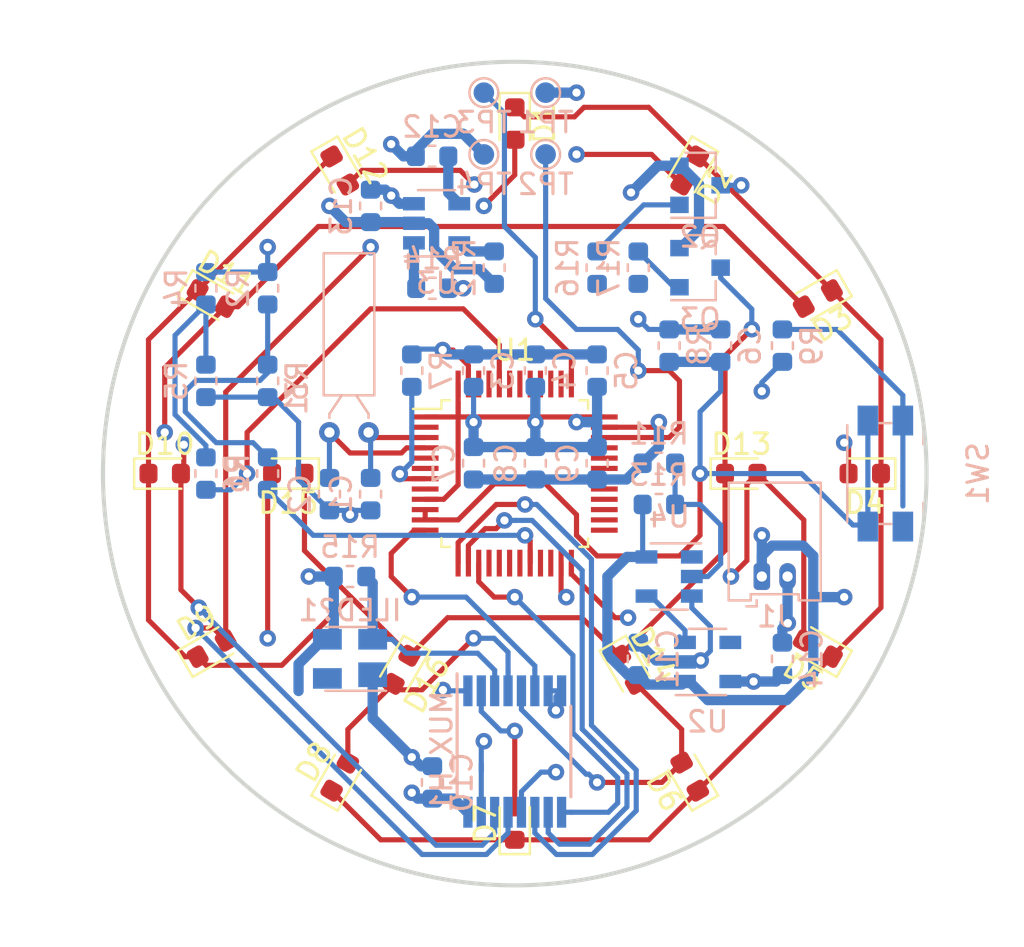
<source format=kicad_pcb>
(kicad_pcb (version 20171130) (host pcbnew 5.1.4)
  (layers (0 F.Cu signal) (1 In1.Cu mixed) (2 In2.Cu power) (31 B.Cu signal) (34 B.Paste user) (35 F.Paste user) (36 B.SilkS user) (37 F.SilkS user) (38 B.Mask user) (39 F.Mask user) (44 Edge.Cuts user))
  (net 0 "")
  (net 1 "Net-(R9-Pad2)")
  (net 2 "Net-(C6-Pad1)")
  (net 3 "Net-(R1-Pad2)")
  (net 4 "Net-(R1-Pad1)")
  (net 5 "Net-(R4-Pad2)")
  (net 6 "Net-(R12-Pad1)")
  (net 7 "Net-(R6-Pad1)")
  (net 8 "Net-(R7-Pad1)")
  (net 9 "Net-(U2-Pad4)")
  (net 10 "Net-(ILED?1-Pad4)")
  (net 11 "Net-(U1-Pad2)")
  (net 12 "Net-(C1-Pad1)")
  (net 13 "Net-(C2-Pad1)")
  (net 14 "Net-(U1-Pad5)")
  (net 15 "Net-(U1-Pad6)")
  (net 16 "Net-(U1-Pad8)")
  (net 17 "Net-(U1-Pad18)")
  (net 18 "Net-(U1-Pad19)")
  (net 19 "Net-(U1-Pad21)")
  (net 20 "Net-(U1-Pad22)")
  (net 21 "Net-(U1-Pad25)")
  (net 22 "Net-(U1-Pad26)")
  (net 23 "Net-(U1-Pad27)")
  (net 24 "Net-(U1-Pad28)")
  (net 25 "Net-(U1-Pad31)")
  (net 26 "Net-(U1-Pad32)")
  (net 27 "Net-(U1-Pad33)")
  (net 28 "Net-(U1-Pad38)")
  (net 29 "Net-(U1-Pad39)")
  (net 30 "Net-(U1-Pad40)")
  (net 31 "Net-(U1-Pad41)")
  (net 32 "Net-(U1-Pad42)")
  (net 33 "Net-(U1-Pad43)")
  (net 34 "Net-(U1-Pad45)")
  (net 35 "Net-(U1-Pad46)")
  (net 36 "Net-(D12-Pad2)")
  (net 37 "Net-(D10-Pad2)")
  (net 38 "Net-(D10-Pad1)")
  (net 39 "Net-(D11-Pad2)")
  (net 40 "Net-(D1-Pad2)")
  (net 41 "Net-(D1-Pad1)")
  (net 42 BAT_STAT)
  (net 43 V_IN)
  (net 44 /LED/K0)
  (net 45 /LED/K1)
  (net 46 "Net-(D13-Pad2)")
  (net 47 "Net-(D14-Pad2)")
  (net 48 "Net-(D15-Pad2)")
  (net 49 "Net-(D16-Pad2)")
  (net 50 "Net-(Q2-Pad1)")
  (net 51 "Net-(Q3-Pad1)")
  (net 52 "Net-(U1-Pad30)")
  (net 53 "Net-(R11-Pad1)")
  (net 54 "Net-(U1-Pad29)")
  (net 55 ENA)
  (net 56 A0)
  (net 57 A1)
  (net 58 A2)
  (net 59 K0)
  (net 60 K1)
  (net 61 BAT+)
  (net 62 3V3)
  (net 63 ULED)
  (net 64 GND)
  (net 65 "Net-(U2-Pad3)")
  (net 66 SWDIO)
  (net 67 SWCLK)
  (module Package_TO_SOT_SMD:SOT-23-5 (layer B.Cu) (at 107.5 105 180)
    (fp_text reference U4 (at 0 2.9) (layer B.SilkS) (effects (justify mirror)))
    (fp_text value 74LVC1G17)
    (pad 5 smd rect (at 1.1 0.95 180) (size 1.06 0.65) (layers B.Cu B.Paste B.Mask) (net 61 BAT+))
    (pad 4 smd rect (at 1.1 -0.95 180) (size 1.06 0.65) (layers B.Cu B.Paste B.Mask) (net 65 "Net-(U2-Pad3)"))
    (pad 3 smd rect (at -1.1 -0.95 180) (size 1.06 0.65) (layers B.Cu B.Paste B.Mask) (net 64 GND))
    (pad 2 smd rect (at -1.1 0 180) (size 1.06 0.65) (layers B.Cu B.Paste B.Mask) (net 53 "Net-(R11-Pad1)"))
    (pad 1 smd rect (at -1.1 0.95 180) (size 1.06 0.65) (layers B.Cu B.Paste B.Mask))
  )
  (module Resistor_SMD:R_0603_1608Metric (layer B.Cu) (at 107 101.5 180)
    (fp_text reference R13 (at 0 1.43) (layer B.SilkS) (effects (justify mirror)))
    (fp_text value R)
    (pad 2 smd roundrect (at 0.7875 0 180) (size 0.875 0.95) (layers B.Cu B.Paste B.Mask) (net 61 BAT+))
    (pad 1 smd roundrect (at -0.7875 0 180) (size 0.875 0.95) (layers B.Cu B.Paste B.Mask) (net 53 "Net-(R11-Pad1)"))
  )
  (module Package_TO_SOT_SMD:SOT-143R_Reverse (layer B.Cu) (at 92 109 180)
    (fp_text reference ILED?1 (at 0 2.35) (layer B.SilkS) (effects (justify mirror)))
    (fp_text value BCR401)
    (pad 1 smd rect (at -1.1 -0.77 270) (size 1.2 1.4) (layers B.Cu B.Paste B.Mask) (net 64 GND))
    (pad 2 smd rect (at -1.1 0.95 270) (size 1 1.4) (layers B.Cu B.Paste B.Mask) (net 63 ULED))
    (pad 4 smd rect (at 1.1 -0.95 270) (size 1 1.4) (layers B.Cu B.Paste B.Mask) (net 10 "Net-(ILED?1-Pad4)"))
    (pad 3 smd rect (at 1.1 0.95 270) (size 1 1.4) (layers B.Cu B.Paste B.Mask) (net 62 3V3))
  )
  (module Resistor_SMD:R_0603_1608Metric (layer B.Cu) (at 92 105 180)
    (fp_text reference R15 (at 0 1.43) (layer B.SilkS) (effects (justify mirror)))
    (fp_text value R)
    (pad 2 smd roundrect (at 0.7875 0 180) (size 0.875 0.95) (layers B.Cu B.Paste B.Mask) (net 62 3V3))
    (pad 1 smd roundrect (at -0.7875 0 180) (size 0.875 0.95) (layers B.Cu B.Paste B.Mask) (net 63 ULED))
  )
  (module Resistor_SMD:R_0603_1608Metric (layer B.Cu) (at 106 90 270)
    (fp_text reference R17 (at 0 1.43 90) (layer B.SilkS) (effects (justify mirror)))
    (fp_text value 1k)
    (pad 2 smd roundrect (at 0.7875 0 270) (size 0.875 0.95) (layers B.Cu B.Paste B.Mask) (net 45 /LED/K1))
    (pad 1 smd roundrect (at -0.7875 0 270) (size 0.875 0.95) (layers B.Cu B.Paste B.Mask) (net 51 "Net-(Q3-Pad1)"))
  )
  (module Resistor_SMD:R_0603_1608Metric (layer B.Cu) (at 104 90 270)
    (fp_text reference R16 (at 0 1.43 90) (layer B.SilkS) (effects (justify mirror)))
    (fp_text value 1k)
    (pad 2 smd roundrect (at 0.7875 0 270) (size 0.875 0.95) (layers B.Cu B.Paste B.Mask) (net 44 /LED/K0))
    (pad 1 smd roundrect (at -0.7875 0 270) (size 0.875 0.95) (layers B.Cu B.Paste B.Mask) (net 50 "Net-(Q2-Pad1)"))
  )
  (module Resistor_SMD:R_0603_1608Metric (layer B.Cu) (at 96 91 180)
    (fp_text reference R14 (at 0 1.43) (layer B.SilkS) (effects (justify mirror)))
    (fp_text value 10k)
    (pad 2 smd roundrect (at 0.7875 0 180) (size 0.875 0.95) (layers B.Cu B.Paste B.Mask) (net 42 BAT_STAT))
    (pad 1 smd roundrect (at -0.7875 0 180) (size 0.875 0.95) (layers B.Cu B.Paste B.Mask) (net 62 3V3))
  )
  (module Resistor_SMD:R_0603_1608Metric (layer B.Cu) (at 99 90 270)
    (fp_text reference R12 (at 0 1.43 90) (layer B.SilkS) (effects (justify mirror)))
    (fp_text value 10k)
    (pad 2 smd roundrect (at 0.7875 0 270) (size 0.875 0.95) (layers B.Cu B.Paste B.Mask) (net 64 GND))
    (pad 1 smd roundrect (at -0.7875 0 270) (size 0.875 0.95) (layers B.Cu B.Paste B.Mask) (net 6 "Net-(R12-Pad1)"))
  )
  (module Resistor_SMD:R_0603_1608Metric (layer B.Cu) (at 107 99.5 180)
    (fp_text reference R11 (at 0 1.43) (layer B.SilkS) (effects (justify mirror)))
    (fp_text value R)
    (pad 2 smd roundrect (at 0.7875 0 180) (size 0.875 0.95) (layers B.Cu B.Paste B.Mask) (net 64 GND))
    (pad 1 smd roundrect (at -0.7875 0 180) (size 0.875 0.95) (layers B.Cu B.Paste B.Mask) (net 53 "Net-(R11-Pad1)"))
  )
  (module Resistor_SMD:R_0603_1608Metric (layer B.Cu) (at 113 93.7875 90)
    (fp_text reference R9 (at 0 1.43 90) (layer B.SilkS) (effects (justify mirror)))
    (fp_text value R)
    (pad 2 smd roundrect (at 0.7875 0 90) (size 0.875 0.95) (layers B.Cu B.Paste B.Mask) (net 1 "Net-(R9-Pad2)"))
    (pad 1 smd roundrect (at -0.7875 0 90) (size 0.875 0.95) (layers B.Cu B.Paste B.Mask) (net 62 3V3))
  )
  (module Resistor_SMD:R_0603_1608Metric (layer B.Cu) (at 107.5 93.7875 90)
    (fp_text reference R8 (at 0 1.43 90) (layer B.SilkS) (effects (justify mirror)))
    (fp_text value R)
    (pad 2 smd roundrect (at 0.7875 0 90) (size 0.875 0.95) (layers B.Cu B.Paste B.Mask) (net 64 GND))
    (pad 1 smd roundrect (at -0.7875 0 90) (size 0.875 0.95) (layers B.Cu B.Paste B.Mask) (net 2 "Net-(C6-Pad1)"))
  )
  (module Resistor_SMD:R_0603_1608Metric (layer B.Cu) (at 95 95 90)
    (fp_text reference R7 (at 0 1.43 270) (layer B.SilkS) (effects (justify mirror)))
    (fp_text value R)
    (pad 2 smd roundrect (at 0.7875 0 90) (size 0.875 0.95) (layers B.Cu B.Paste B.Mask) (net 64 GND))
    (pad 1 smd roundrect (at -0.7875 0 90) (size 0.875 0.95) (layers B.Cu B.Paste B.Mask) (net 8 "Net-(R7-Pad1)"))
  )
  (module Resistor_SMD:R_0603_1608Metric (layer B.Cu) (at 85 100 90)
    (fp_text reference R6 (at 0 1.43 90) (layer B.SilkS) (effects (justify mirror)))
    (fp_text value 100k)
    (pad 2 smd roundrect (at 0.7875 0 90) (size 0.875 0.95) (layers B.Cu B.Paste B.Mask) (net 5 "Net-(R4-Pad2)"))
    (pad 1 smd roundrect (at -0.7875 0 90) (size 0.875 0.95) (layers B.Cu B.Paste B.Mask) (net 7 "Net-(R6-Pad1)"))
  )
  (module Resistor_SMD:R_0603_1608Metric (layer B.Cu) (at 85 95.5 270)
    (fp_text reference R5 (at 0 1.43 270) (layer B.SilkS) (effects (justify mirror)))
    (fp_text value 0)
    (pad 2 smd roundrect (at 0.7875 0 270) (size 0.875 0.95) (layers B.Cu B.Paste B.Mask) (net 64 GND))
    (pad 1 smd roundrect (at -0.7875 0 270) (size 0.875 0.95) (layers B.Cu B.Paste B.Mask) (net 5 "Net-(R4-Pad2)"))
  )
  (module Resistor_SMD:R_0603_1608Metric (layer B.Cu) (at 85 91 270)
    (fp_text reference R4 (at 0 1.43 270) (layer B.SilkS) (effects (justify mirror)))
    (fp_text value 0)
    (pad 2 smd roundrect (at 0.7875 0 270) (size 0.875 0.95) (layers B.Cu B.Paste B.Mask) (net 5 "Net-(R4-Pad2)"))
    (pad 1 smd roundrect (at -0.7875 0 270) (size 0.875 0.95) (layers B.Cu B.Paste B.Mask) (net 62 3V3))
  )
  (module Resistor_SMD:R_0603_1608Metric (layer B.Cu) (at 88 95.5 90)
    (fp_text reference R3 (at 0 1.43 270) (layer B.SilkS) (effects (justify mirror)))
    (fp_text value 0)
    (pad 2 smd roundrect (at 0.7875 0 90) (size 0.875 0.95) (layers B.Cu B.Paste B.Mask) (net 4 "Net-(R1-Pad1)"))
    (pad 1 smd roundrect (at -0.7875 0 90) (size 0.875 0.95) (layers B.Cu B.Paste B.Mask) (net 64 GND))
  )
  (module Resistor_SMD:R_0603_1608Metric (layer B.Cu) (at 88 91 270)
    (fp_text reference R2 (at 0 1.43 270) (layer B.SilkS) (effects (justify mirror)))
    (fp_text value 0)
    (pad 2 smd roundrect (at 0.7875 0 270) (size 0.875 0.95) (layers B.Cu B.Paste B.Mask) (net 4 "Net-(R1-Pad1)"))
    (pad 1 smd roundrect (at -0.7875 0 270) (size 0.875 0.95) (layers B.Cu B.Paste B.Mask) (net 62 3V3))
  )
  (module Resistor_SMD:R_0603_1608Metric (layer B.Cu) (at 88 100 270)
    (fp_text reference R1 (at 0 1.43 90) (layer B.SilkS) (effects (justify mirror)))
    (fp_text value 100k)
    (pad 2 smd roundrect (at 0.7875 0 270) (size 0.875 0.95) (layers B.Cu B.Paste B.Mask) (net 3 "Net-(R1-Pad2)"))
    (pad 1 smd roundrect (at -0.7875 0 270) (size 0.875 0.95) (layers B.Cu B.Paste B.Mask) (net 4 "Net-(R1-Pad1)"))
  )
  (module Capacitor_SMD:C_0603_1608Metric (layer B.Cu) (at 113 109 90)
    (fp_text reference C14 (at 0 1.43 90) (layer B.SilkS) (effects (justify mirror)))
    (fp_text value 100n)
    (pad 2 smd roundrect (at 0.7875 0 90) (size 0.875 0.95) (layers B.Cu B.Paste B.Mask) (net 64 GND))
    (pad 1 smd roundrect (at -0.7875 0 90) (size 0.875 0.95) (layers B.Cu B.Paste B.Mask) (net 62 3V3))
  )
  (module Capacitor_SMD:C_0603_1608Metric (layer B.Cu) (at 93 87 270)
    (fp_text reference C13 (at 0 1.43 270) (layer B.SilkS) (effects (justify mirror)))
    (fp_text value 4u7)
    (pad 2 smd roundrect (at 0.7875 0 270) (size 0.875 0.95) (layers B.Cu B.Paste B.Mask) (net 64 GND))
    (pad 1 smd roundrect (at -0.7875 0 270) (size 0.875 0.95) (layers B.Cu B.Paste B.Mask) (net 61 BAT+))
  )
  (module Capacitor_SMD:C_0603_1608Metric (layer B.Cu) (at 95.985001 84.59 180)
    (fp_text reference C12 (at 0 1.43) (layer B.SilkS) (effects (justify mirror)))
    (fp_text value 100nF)
    (pad 2 smd roundrect (at 0.7875 0 180) (size 0.875 0.95) (layers B.Cu B.Paste B.Mask) (net 64 GND))
    (pad 1 smd roundrect (at -0.7875 0 180) (size 0.875 0.95) (layers B.Cu B.Paste B.Mask) (net 43 V_IN))
  )
  (module Capacitor_SMD:C_0603_1608Metric (layer B.Cu) (at 106 109 90)
    (fp_text reference C11 (at 0 1.43 90) (layer B.SilkS) (effects (justify mirror)))
    (fp_text value 100n)
    (pad 2 smd roundrect (at 0.7875 0 90) (size 0.875 0.95) (layers B.Cu B.Paste B.Mask) (net 64 GND))
    (pad 1 smd roundrect (at -0.7875 0 90) (size 0.875 0.95) (layers B.Cu B.Paste B.Mask) (net 61 BAT+))
  )
  (module Capacitor_SMD:C_0603_1608Metric (layer B.Cu) (at 96 115 90)
    (fp_text reference C10 (at 0 1.43 90) (layer B.SilkS) (effects (justify mirror)))
    (fp_text value C)
    (pad 2 smd roundrect (at 0.7875 0 90) (size 0.875 0.95) (layers B.Cu B.Paste B.Mask) (net 64 GND))
    (pad 1 smd roundrect (at -0.7875 0 90) (size 0.875 0.95) (layers B.Cu B.Paste B.Mask) (net 62 3V3))
  )
  (module Capacitor_SMD:C_0603_1608Metric (layer B.Cu) (at 104 99.5 270)
    (fp_text reference C9 (at 0 1.43 270) (layer B.SilkS) (effects (justify mirror)))
    (fp_text value 100n)
    (pad 2 smd roundrect (at 0.7875 0 270) (size 0.875 0.95) (layers B.Cu B.Paste B.Mask) (net 64 GND))
    (pad 1 smd roundrect (at -0.7875 0 270) (size 0.875 0.95) (layers B.Cu B.Paste B.Mask) (net 62 3V3))
  )
  (module Capacitor_SMD:C_0603_1608Metric (layer B.Cu) (at 101 99.5 270)
    (fp_text reference C8 (at 0 1.43 270) (layer B.SilkS) (effects (justify mirror)))
    (fp_text value 100n)
    (pad 2 smd roundrect (at 0.7875 0 270) (size 0.875 0.95) (layers B.Cu B.Paste B.Mask) (net 64 GND))
    (pad 1 smd roundrect (at -0.7875 0 270) (size 0.875 0.95) (layers B.Cu B.Paste B.Mask) (net 62 3V3))
  )
  (module Capacitor_SMD:C_0603_1608Metric (layer B.Cu) (at 98 99.5 270)
    (fp_text reference C7 (at 0 1.43 270) (layer B.SilkS) (effects (justify mirror)))
    (fp_text value 100n)
    (pad 2 smd roundrect (at 0.7875 0 270) (size 0.875 0.95) (layers B.Cu B.Paste B.Mask) (net 64 GND))
    (pad 1 smd roundrect (at -0.7875 0 270) (size 0.875 0.95) (layers B.Cu B.Paste B.Mask) (net 62 3V3))
  )
  (module Capacitor_SMD:C_0603_1608Metric (layer B.Cu) (at 110 93.7875 90)
    (fp_text reference C6 (at 0 1.43 270) (layer B.SilkS) (effects (justify mirror)))
    (fp_text value C)
    (pad 2 smd roundrect (at 0.7875 0 90) (size 0.875 0.95) (layers B.Cu B.Paste B.Mask) (net 64 GND))
    (pad 1 smd roundrect (at -0.7875 0 90) (size 0.875 0.95) (layers B.Cu B.Paste B.Mask) (net 2 "Net-(C6-Pad1)"))
  )
  (module Capacitor_SMD:C_0603_1608Metric (layer B.Cu) (at 104 95 90)
    (fp_text reference C5 (at 0 1.43 -90) (layer B.SilkS) (effects (justify mirror)))
    (fp_text value 100n)
    (pad 2 smd roundrect (at 0.7875 0 90) (size 0.875 0.95) (layers B.Cu B.Paste B.Mask) (net 64 GND))
    (pad 1 smd roundrect (at -0.7875 0 90) (size 0.875 0.95) (layers B.Cu B.Paste B.Mask) (net 62 3V3))
  )
  (module Capacitor_SMD:C_0603_1608Metric (layer B.Cu) (at 101 95 90)
    (fp_text reference C4 (at 0 1.43 -90) (layer B.SilkS) (effects (justify mirror)))
    (fp_text value 100n)
    (pad 2 smd roundrect (at 0.7875 0 90) (size 0.875 0.95) (layers B.Cu B.Paste B.Mask) (net 64 GND))
    (pad 1 smd roundrect (at -0.7875 0 90) (size 0.875 0.95) (layers B.Cu B.Paste B.Mask) (net 62 3V3))
  )
  (module Capacitor_SMD:C_0603_1608Metric (layer B.Cu) (at 98 95 90)
    (fp_text reference C3 (at 0 1.43 -90) (layer B.SilkS) (effects (justify mirror)))
    (fp_text value 4u7)
    (pad 2 smd roundrect (at 0.7875 0 90) (size 0.875 0.95) (layers B.Cu B.Paste B.Mask) (net 64 GND))
    (pad 1 smd roundrect (at -0.7875 0 90) (size 0.875 0.95) (layers B.Cu B.Paste B.Mask) (net 62 3V3))
  )
  (module Capacitor_SMD:C_0603_1608Metric (layer B.Cu) (at 91 101 270)
    (fp_text reference C2 (at 0 1.43 90) (layer B.SilkS) (effects (justify mirror)))
    (fp_text value C)
    (pad 2 smd roundrect (at 0.7875 0 270) (size 0.875 0.95) (layers B.Cu B.Paste B.Mask) (net 64 GND))
    (pad 1 smd roundrect (at -0.7875 0 270) (size 0.875 0.95) (layers B.Cu B.Paste B.Mask) (net 13 "Net-(C2-Pad1)"))
  )
  (module Capacitor_SMD:C_0603_1608Metric (layer B.Cu) (at 93 101 270)
    (fp_text reference C1 (at 0 1.43 90) (layer B.SilkS) (effects (justify mirror)))
    (fp_text value C)
    (pad 2 smd roundrect (at 0.7875 0 270) (size 0.875 0.95) (layers B.Cu B.Paste B.Mask) (net 64 GND))
    (pad 1 smd roundrect (at -0.7875 0 270) (size 0.875 0.95) (layers B.Cu B.Paste B.Mask) (net 12 "Net-(C1-Pad1)"))
  )
  (module Package_TO_SOT_SMD:SOT-23-5 (layer B.Cu) (at 109.37 109.15)
    (fp_text reference U2 (at 0 2.9) (layer B.SilkS) (effects (justify mirror)))
    (fp_text value TLV71333PDBV)
    (pad 5 smd rect (at 1.1 0.95) (size 1.06 0.65) (layers B.Cu B.Paste B.Mask) (net 62 3V3))
    (pad 4 smd rect (at 1.1 -0.95) (size 1.06 0.65) (layers B.Cu B.Paste B.Mask) (net 9 "Net-(U2-Pad4)"))
    (pad 3 smd rect (at -1.1 -0.95) (size 1.06 0.65) (layers B.Cu B.Paste B.Mask) (net 65 "Net-(U2-Pad3)"))
    (pad 2 smd rect (at -1.1 0) (size 1.06 0.65) (layers B.Cu B.Paste B.Mask) (net 64 GND))
    (pad 1 smd rect (at -1.1 0.95) (size 1.06 0.65) (layers B.Cu B.Paste B.Mask) (net 61 BAT+))
  )
  (module Connector_Molex:Molex_PicoBlade_53048-0210_1x02_P1.25mm_Horizontal (layer B.Cu) (at 112 105)
    (fp_text reference J1 (at 0.62 1.95) (layer B.SilkS) (effects (justify mirror)))
    (fp_text value Conn_01x02_Female)
    (pad 2 thru_hole oval (at 1.25 0) (size 0.8 1.3) (drill 0.5) (layers *.Cu *.Mask) (net 64 GND))
    (pad 1 thru_hole roundrect (at 0 0) (size 0.8 1.3) (drill 0.5) (layers *.Cu *.Mask) (net 61 BAT+))
  )
  (module Package_TO_SOT_SMD:SOT-23 (layer B.Cu) (at 109 90)
    (fp_text reference Q3 (at 0 2.5) (layer B.SilkS) (effects (justify mirror)))
    (fp_text value BSS138)
    (pad 3 smd rect (at 1 0) (size 0.9 0.8) (layers B.Cu B.Paste B.Mask) (net 38 "Net-(D10-Pad1)"))
    (pad 2 smd rect (at -1 -0.95) (size 0.9 0.8) (layers B.Cu B.Paste B.Mask) (net 64 GND))
    (pad 1 smd rect (at -1 0.95) (size 0.9 0.8) (layers B.Cu B.Paste B.Mask) (net 51 "Net-(Q3-Pad1)"))
  )
  (module Package_TO_SOT_SMD:SOT-23 (layer B.Cu) (at 109 86)
    (fp_text reference Q2 (at 0 2.5) (layer B.SilkS) (effects (justify mirror)))
    (fp_text value BSS138)
    (pad 3 smd rect (at 1 0) (size 0.9 0.8) (layers B.Cu B.Paste B.Mask) (net 41 "Net-(D1-Pad1)"))
    (pad 2 smd rect (at -1 -0.95) (size 0.9 0.8) (layers B.Cu B.Paste B.Mask) (net 64 GND))
    (pad 1 smd rect (at -1 0.95) (size 0.9 0.8) (layers B.Cu B.Paste B.Mask) (net 50 "Net-(Q2-Pad1)"))
  )
  (module Package_TO_SOT_SMD:SOT-23-5 (layer B.Cu) (at 96.205001 87.844999)
    (fp_text reference U3 (at 0 2.9) (layer B.SilkS) (effects (justify mirror)))
    (fp_text value MCP73831-2-OT)
    (pad 5 smd rect (at 1.1 0.95) (size 1.06 0.65) (layers B.Cu B.Paste B.Mask) (net 6 "Net-(R12-Pad1)"))
    (pad 4 smd rect (at 1.1 -0.95) (size 1.06 0.65) (layers B.Cu B.Paste B.Mask) (net 43 V_IN))
    (pad 3 smd rect (at -1.1 -0.95) (size 1.06 0.65) (layers B.Cu B.Paste B.Mask) (net 61 BAT+))
    (pad 2 smd rect (at -1.1 0) (size 1.06 0.65) (layers B.Cu B.Paste B.Mask) (net 64 GND))
    (pad 1 smd rect (at -1.1 0.95) (size 1.06 0.65) (layers B.Cu B.Paste B.Mask) (net 42 BAT_STAT))
  )
  (module Button_Switch_SMD:Panasonic_EVQPUK_EVQPUB (layer B.Cu) (at 118 100 90)
    (fp_text reference SW1 (at 0 4.5 -90) (layer B.SilkS) (effects (justify mirror)))
    (fp_text value SW_Push)
    (pad 1 smd rect (at 2.575 0.85 270) (size 1.45 1) (layers B.Cu B.Paste B.Mask) (net 1 "Net-(R9-Pad2)"))
    (pad 1 smd rect (at -2.575 0.85 270) (size 1.45 1) (layers B.Cu B.Paste B.Mask) (net 1 "Net-(R9-Pad2)"))
    (pad 2 smd rect (at -2.575 -0.85 270) (size 1.45 1) (layers B.Cu B.Paste B.Mask) (net 2 "Net-(C6-Pad1)"))
    (pad 2 smd rect (at 2.575 -0.85 270) (size 1.45 1) (layers B.Cu B.Paste B.Mask) (net 2 "Net-(C6-Pad1)"))
  )
  (module Package_SO:TSSOP-16_4.4x5mm_P0.65mm (layer B.Cu) (at 100 113.5 270)
    (fp_text reference MUX_H1 (at 0 3.55 90) (layer B.SilkS) (effects (justify mirror)))
    (fp_text value SN74LV4051A)
    (pad 16 smd rect (at 2.95 2.275 270) (size 1.5 0.45) (layers B.Cu B.Paste B.Mask) (net 62 3V3))
    (pad 15 smd rect (at 2.95 1.625 270) (size 1.5 0.45) (layers B.Cu B.Paste B.Mask) (net 39 "Net-(D11-Pad2)"))
    (pad 14 smd rect (at 2.95 0.975 270) (size 1.5 0.45) (layers B.Cu B.Paste B.Mask) (net 37 "Net-(D10-Pad2)"))
    (pad 13 smd rect (at 2.95 0.325 270) (size 1.5 0.45) (layers B.Cu B.Paste B.Mask) (net 40 "Net-(D1-Pad2)"))
    (pad 12 smd rect (at 2.95 -0.325 270) (size 1.5 0.45) (layers B.Cu B.Paste B.Mask) (net 36 "Net-(D12-Pad2)"))
    (pad 11 smd rect (at 2.95 -0.975 270) (size 1.5 0.45) (layers B.Cu B.Paste B.Mask) (net 56 A0))
    (pad 10 smd rect (at 2.95 -1.625 270) (size 1.5 0.45) (layers B.Cu B.Paste B.Mask) (net 57 A1))
    (pad 9 smd rect (at 2.95 -2.275 270) (size 1.5 0.45) (layers B.Cu B.Paste B.Mask) (net 58 A2))
    (pad 8 smd rect (at -2.95 -2.275 270) (size 1.5 0.45) (layers B.Cu B.Paste B.Mask) (net 64 GND))
    (pad 7 smd rect (at -2.95 -1.625 270) (size 1.5 0.45) (layers B.Cu B.Paste B.Mask) (net 64 GND))
    (pad 6 smd rect (at -2.95 -0.975 270) (size 1.5 0.45) (layers B.Cu B.Paste B.Mask) (net 55 ENA))
    (pad 5 smd rect (at -2.95 -0.325 270) (size 1.5 0.45) (layers B.Cu B.Paste B.Mask) (net 47 "Net-(D14-Pad2)"))
    (pad 4 smd rect (at -2.95 0.325 270) (size 1.5 0.45) (layers B.Cu B.Paste B.Mask) (net 49 "Net-(D16-Pad2)"))
    (pad 3 smd rect (at -2.95 0.975 270) (size 1.5 0.45) (layers B.Cu B.Paste B.Mask) (net 63 ULED))
    (pad 2 smd rect (at -2.95 1.625 270) (size 1.5 0.45) (layers B.Cu B.Paste B.Mask) (net 48 "Net-(D15-Pad2)"))
    (pad 1 smd rect (at -2.95 2.275 270) (size 1.5 0.45) (layers B.Cu B.Paste B.Mask) (net 46 "Net-(D13-Pad2)"))
  )
  (module Crystal:Crystal_C26-LF_D2.1mm_L6.5mm_Horizontal (layer B.Cu) (at 91 98)
    (fp_text reference Y1 (at -1.6 -1.75 270) (layer B.SilkS) (effects (justify mirror)))
    (fp_text value Crystal)
    (pad 1 thru_hole circle (at 0 0) (size 1 1) (drill 0.5) (layers *.Cu *.Mask) (net 13 "Net-(C2-Pad1)"))
    (pad 2 thru_hole circle (at 1.9 0) (size 1 1) (drill 0.5) (layers *.Cu *.Mask) (net 12 "Net-(C1-Pad1)"))
  )
  (module LED_SMD:LED_0603_1608Metric (layer F.Cu) (at 100 117 90)
    (fp_text reference D7 (at 0 -1.43 90) (layer F.SilkS))
    (fp_text value LED)
    (pad 1 smd roundrect (at -0.7875 0 90) (size 0.875 0.95) (layers F.Cu F.Paste F.Mask) (net 41 "Net-(D1-Pad1)"))
    (pad 2 smd roundrect (at 0.7875 0 90) (size 0.875 0.95) (layers F.Cu F.Paste F.Mask) (net 48 "Net-(D15-Pad2)"))
  )
  (module LED_SMD:LED_0603_1608Metric (layer F.Cu) (at 108.5 114.72 120)
    (fp_text reference D6 (at 0 -1.43 120) (layer F.SilkS))
    (fp_text value LED)
    (pad 2 smd roundrect (at 0.7875 0 120) (size 0.875 0.95) (layers F.Cu F.Paste F.Mask) (net 47 "Net-(D14-Pad2)"))
    (pad 1 smd roundrect (at -0.7875 0 120) (size 0.875 0.95) (layers F.Cu F.Paste F.Mask) (net 41 "Net-(D1-Pad1)"))
  )
  (module LED_SMD:LED_0603_1608Metric (layer F.Cu) (at 114.72 108.5 150)
    (fp_text reference D5 (at 0 -1.43 150) (layer F.SilkS))
    (fp_text value LED)
    (pad 1 smd roundrect (at -0.7875 0 150) (size 0.875 0.95) (layers F.Cu F.Paste F.Mask) (net 41 "Net-(D1-Pad1)"))
    (pad 2 smd roundrect (at 0.7875 0 150) (size 0.875 0.95) (layers F.Cu F.Paste F.Mask) (net 46 "Net-(D13-Pad2)"))
  )
  (module LED_SMD:LED_0603_1608Metric (layer F.Cu) (at 117 100 180)
    (fp_text reference D4 (at 0 -1.43) (layer F.SilkS))
    (fp_text value LED)
    (pad 2 smd roundrect (at 0.7875 0 180) (size 0.875 0.95) (layers F.Cu F.Paste F.Mask) (net 36 "Net-(D12-Pad2)"))
    (pad 1 smd roundrect (at -0.7875 0 180) (size 0.875 0.95) (layers F.Cu F.Paste F.Mask) (net 41 "Net-(D1-Pad1)"))
  )
  (module LED_SMD:LED_0603_1608Metric (layer F.Cu) (at 114.72 91.5 210)
    (fp_text reference D3 (at 0 -1.43 30) (layer F.SilkS))
    (fp_text value LED)
    (pad 1 smd roundrect (at -0.7875 0 210) (size 0.875 0.95) (layers F.Cu F.Paste F.Mask) (net 41 "Net-(D1-Pad1)"))
    (pad 2 smd roundrect (at 0.7875 0 210) (size 0.875 0.95) (layers F.Cu F.Paste F.Mask) (net 39 "Net-(D11-Pad2)"))
  )
  (module LED_SMD:LED_0603_1608Metric (layer F.Cu) (at 108.5 85.28 240)
    (fp_text reference D2 (at 0 -1.43 240) (layer F.SilkS))
    (fp_text value LED)
    (pad 2 smd roundrect (at 0.7875 0 240) (size 0.875 0.95) (layers F.Cu F.Paste F.Mask) (net 37 "Net-(D10-Pad2)"))
    (pad 1 smd roundrect (at -0.7875 0 240) (size 0.875 0.95) (layers F.Cu F.Paste F.Mask) (net 41 "Net-(D1-Pad1)"))
  )
  (module LED_SMD:LED_0603_1608Metric (layer F.Cu) (at 100 83 270)
    (fp_text reference D1 (at 0 -1.43 270) (layer F.SilkS))
    (fp_text value LED)
    (pad 1 smd roundrect (at -0.7875 0 270) (size 0.875 0.95) (layers F.Cu F.Paste F.Mask) (net 41 "Net-(D1-Pad1)"))
    (pad 2 smd roundrect (at 0.7875 0 270) (size 0.875 0.95) (layers F.Cu F.Paste F.Mask) (net 40 "Net-(D1-Pad2)"))
  )
  (module LED_SMD:LED_0603_1608Metric (layer F.Cu) (at 85.28 108.5 30)
    (fp_text reference D9 (at 0 -1.43 30) (layer F.SilkS))
    (fp_text value LED)
    (pad 2 smd roundrect (at 0.7875 0 30) (size 0.875 0.95) (layers F.Cu F.Paste F.Mask) (net 40 "Net-(D1-Pad2)"))
    (pad 1 smd roundrect (at -0.7875 0 30) (size 0.875 0.95) (layers F.Cu F.Paste F.Mask) (net 38 "Net-(D10-Pad1)"))
  )
  (module LED_SMD:LED_0603_1608Metric (layer F.Cu) (at 94.5 109.53 240)
    (fp_text reference D16 (at 0 -1.43 60) (layer F.SilkS))
    (fp_text value LED)
    (pad 2 smd roundrect (at 0.7875 0 240) (size 0.875 0.95) (layers F.Cu F.Paste F.Mask) (net 49 "Net-(D16-Pad2)"))
    (pad 1 smd roundrect (at -0.7875 0 240) (size 0.875 0.95) (layers F.Cu F.Paste F.Mask) (net 38 "Net-(D10-Pad1)"))
  )
  (module LED_SMD:LED_0603_1608Metric (layer F.Cu) (at 89 100 180)
    (fp_text reference D15 (at 0 -1.43) (layer F.SilkS))
    (fp_text value LED)
    (pad 1 smd roundrect (at -0.7875 0 180) (size 0.875 0.95) (layers F.Cu F.Paste F.Mask) (net 38 "Net-(D10-Pad1)"))
    (pad 2 smd roundrect (at 0.7875 0 180) (size 0.875 0.95) (layers F.Cu F.Paste F.Mask) (net 48 "Net-(D15-Pad2)"))
  )
  (module LED_SMD:LED_0603_1608Metric (layer F.Cu) (at 105.5 109.53 300)
    (fp_text reference D14 (at 0 -1.43 120) (layer F.SilkS))
    (fp_text value LED)
    (pad 2 smd roundrect (at 0.7875 0 300) (size 0.875 0.95) (layers F.Cu F.Paste F.Mask) (net 47 "Net-(D14-Pad2)"))
    (pad 1 smd roundrect (at -0.7875 0 300) (size 0.875 0.95) (layers F.Cu F.Paste F.Mask) (net 38 "Net-(D10-Pad1)"))
  )
  (module LED_SMD:LED_0603_1608Metric (layer F.Cu) (at 111 100)
    (fp_text reference D13 (at 0 -1.43) (layer F.SilkS))
    (fp_text value LED)
    (pad 1 smd roundrect (at -0.7875 0) (size 0.875 0.95) (layers F.Cu F.Paste F.Mask) (net 38 "Net-(D10-Pad1)"))
    (pad 2 smd roundrect (at 0.7875 0) (size 0.875 0.95) (layers F.Cu F.Paste F.Mask) (net 46 "Net-(D13-Pad2)"))
  )
  (module LED_SMD:LED_0603_1608Metric (layer F.Cu) (at 91.5 85.28 300)
    (fp_text reference D12 (at 0 -1.43 120) (layer F.SilkS))
    (fp_text value LED)
    (pad 2 smd roundrect (at 0.7875 0 300) (size 0.875 0.95) (layers F.Cu F.Paste F.Mask) (net 36 "Net-(D12-Pad2)"))
    (pad 1 smd roundrect (at -0.7875 0 300) (size 0.875 0.95) (layers F.Cu F.Paste F.Mask) (net 38 "Net-(D10-Pad1)"))
  )
  (module LED_SMD:LED_0603_1608Metric (layer F.Cu) (at 85.28 91.5 330)
    (fp_text reference D11 (at 0 -1.43 150) (layer F.SilkS))
    (fp_text value LED)
    (pad 1 smd roundrect (at -0.7875 0 330) (size 0.875 0.95) (layers F.Cu F.Paste F.Mask) (net 38 "Net-(D10-Pad1)"))
    (pad 2 smd roundrect (at 0.7875 0 330) (size 0.875 0.95) (layers F.Cu F.Paste F.Mask) (net 39 "Net-(D11-Pad2)"))
  )
  (module LED_SMD:LED_0603_1608Metric (layer F.Cu) (at 83 100)
    (fp_text reference D10 (at 0 -1.43) (layer F.SilkS))
    (fp_text value LED)
    (pad 2 smd roundrect (at 0.7875 0) (size 0.875 0.95) (layers F.Cu F.Paste F.Mask) (net 37 "Net-(D10-Pad2)"))
    (pad 1 smd roundrect (at -0.7875 0) (size 0.875 0.95) (layers F.Cu F.Paste F.Mask) (net 38 "Net-(D10-Pad1)"))
  )
  (module LED_SMD:LED_0603_1608Metric (layer F.Cu) (at 91.5 114.72 60)
    (fp_text reference D8 (at 0 -1.43 60) (layer F.SilkS))
    (fp_text value LED)
    (pad 1 smd roundrect (at -0.7875 0 60) (size 0.875 0.95) (layers F.Cu F.Paste F.Mask) (net 41 "Net-(D1-Pad1)"))
    (pad 2 smd roundrect (at 0.7875 0 60) (size 0.875 0.95) (layers F.Cu F.Paste F.Mask) (net 49 "Net-(D16-Pad2)"))
  )
  (module Package_QFP:LQFP-48_7x7mm_P0.5mm (layer F.Cu) (at 100 100)
    (fp_text reference U1 (at 0 -6) (layer F.SilkS))
    (fp_text value STM32F103C8Tx)
    (pad 1 smd rect (at -4.35 -2.75) (size 1.3 0.25) (layers F.Cu F.Paste F.Mask) (net 62 3V3))
    (pad 2 smd rect (at -4.35 -2.25) (size 1.3 0.25) (layers F.Cu F.Paste F.Mask) (net 11 "Net-(U1-Pad2)"))
    (pad 3 smd rect (at -4.35 -1.75) (size 1.3 0.25) (layers F.Cu F.Paste F.Mask) (net 12 "Net-(C1-Pad1)"))
    (pad 4 smd rect (at -4.35 -1.25) (size 1.3 0.25) (layers F.Cu F.Paste F.Mask) (net 13 "Net-(C2-Pad1)"))
    (pad 5 smd rect (at -4.35 -0.75) (size 1.3 0.25) (layers F.Cu F.Paste F.Mask) (net 14 "Net-(U1-Pad5)"))
    (pad 6 smd rect (at -4.35 -0.25) (size 1.3 0.25) (layers F.Cu F.Paste F.Mask) (net 15 "Net-(U1-Pad6)"))
    (pad 7 smd rect (at -4.35 0.25) (size 1.3 0.25) (layers F.Cu F.Paste F.Mask) (net 8 "Net-(R7-Pad1)"))
    (pad 8 smd rect (at -4.35 0.75) (size 1.3 0.25) (layers F.Cu F.Paste F.Mask) (net 16 "Net-(U1-Pad8)"))
    (pad 9 smd rect (at -4.35 1.25) (size 1.3 0.25) (layers F.Cu F.Paste F.Mask) (net 62 3V3))
    (pad 10 smd rect (at -4.35 1.75) (size 1.3 0.25) (layers F.Cu F.Paste F.Mask) (net 2 "Net-(C6-Pad1)"))
    (pad 11 smd rect (at -4.35 2.25) (size 1.3 0.25) (layers F.Cu F.Paste F.Mask) (net 2 "Net-(C6-Pad1)"))
    (pad 12 smd rect (at -4.35 2.75) (size 1.3 0.25) (layers F.Cu F.Paste F.Mask) (net 55 ENA))
    (pad 13 smd rect (at -2.75 4.35 90) (size 1.3 0.25) (layers F.Cu F.Paste F.Mask) (net 56 A0))
    (pad 14 smd rect (at -2.25 4.35 90) (size 1.3 0.25) (layers F.Cu F.Paste F.Mask) (net 57 A1))
    (pad 15 smd rect (at -1.75 4.35 90) (size 1.3 0.25) (layers F.Cu F.Paste F.Mask) (net 58 A2))
    (pad 16 smd rect (at -1.25 4.35 90) (size 1.3 0.25) (layers F.Cu F.Paste F.Mask) (net 59 K0))
    (pad 17 smd rect (at -0.75 4.35 90) (size 1.3 0.25) (layers F.Cu F.Paste F.Mask) (net 60 K1))
    (pad 18 smd rect (at -0.25 4.35 90) (size 1.3 0.25) (layers F.Cu F.Paste F.Mask) (net 17 "Net-(U1-Pad18)"))
    (pad 19 smd rect (at 0.25 4.35 90) (size 1.3 0.25) (layers F.Cu F.Paste F.Mask) (net 18 "Net-(U1-Pad19)"))
    (pad 20 smd rect (at 0.75 4.35 90) (size 1.3 0.25) (layers F.Cu F.Paste F.Mask) (net 3 "Net-(R1-Pad2)"))
    (pad 21 smd rect (at 1.25 4.35 90) (size 1.3 0.25) (layers F.Cu F.Paste F.Mask) (net 19 "Net-(U1-Pad21)"))
    (pad 22 smd rect (at 1.75 4.35 90) (size 1.3 0.25) (layers F.Cu F.Paste F.Mask) (net 20 "Net-(U1-Pad22)"))
    (pad 23 smd rect (at 2.25 4.35 90) (size 1.3 0.25) (layers F.Cu F.Paste F.Mask) (net 64 GND))
    (pad 24 smd rect (at 2.75 4.35 90) (size 1.3 0.25) (layers F.Cu F.Paste F.Mask) (net 62 3V3))
    (pad 25 smd rect (at 4.35 2.75) (size 1.3 0.25) (layers F.Cu F.Paste F.Mask) (net 21 "Net-(U1-Pad25)"))
    (pad 26 smd rect (at 4.35 2.25) (size 1.3 0.25) (layers F.Cu F.Paste F.Mask) (net 22 "Net-(U1-Pad26)"))
    (pad 27 smd rect (at 4.35 1.75) (size 1.3 0.25) (layers F.Cu F.Paste F.Mask) (net 23 "Net-(U1-Pad27)"))
    (pad 28 smd rect (at 4.35 1.25) (size 1.3 0.25) (layers F.Cu F.Paste F.Mask) (net 24 "Net-(U1-Pad28)"))
    (pad 29 smd rect (at 4.35 0.75) (size 1.3 0.25) (layers F.Cu F.Paste F.Mask) (net 54 "Net-(U1-Pad29)"))
    (pad 30 smd rect (at 4.35 0.25) (size 1.3 0.25) (layers F.Cu F.Paste F.Mask) (net 52 "Net-(U1-Pad30)"))
    (pad 31 smd rect (at 4.35 -0.25) (size 1.3 0.25) (layers F.Cu F.Paste F.Mask) (net 25 "Net-(U1-Pad31)"))
    (pad 32 smd rect (at 4.35 -0.75) (size 1.3 0.25) (layers F.Cu F.Paste F.Mask) (net 26 "Net-(U1-Pad32)"))
    (pad 33 smd rect (at 4.35 -1.25) (size 1.3 0.25) (layers F.Cu F.Paste F.Mask) (net 27 "Net-(U1-Pad33)"))
    (pad 34 smd rect (at 4.35 -1.75) (size 1.3 0.25) (layers F.Cu F.Paste F.Mask) (net 66 SWDIO))
    (pad 35 smd rect (at 4.35 -2.25) (size 1.3 0.25) (layers F.Cu F.Paste F.Mask) (net 64 GND))
    (pad 36 smd rect (at 4.35 -2.75) (size 1.3 0.25) (layers F.Cu F.Paste F.Mask) (net 62 3V3))
    (pad 37 smd rect (at 2.75 -4.35 90) (size 1.3 0.25) (layers F.Cu F.Paste F.Mask) (net 67 SWCLK))
    (pad 38 smd rect (at 2.25 -4.35 90) (size 1.3 0.25) (layers F.Cu F.Paste F.Mask) (net 28 "Net-(U1-Pad38)"))
    (pad 39 smd rect (at 1.75 -4.35 90) (size 1.3 0.25) (layers F.Cu F.Paste F.Mask) (net 29 "Net-(U1-Pad39)"))
    (pad 40 smd rect (at 1.25 -4.35 90) (size 1.3 0.25) (layers F.Cu F.Paste F.Mask) (net 30 "Net-(U1-Pad40)"))
    (pad 41 smd rect (at 0.75 -4.35 90) (size 1.3 0.25) (layers F.Cu F.Paste F.Mask) (net 31 "Net-(U1-Pad41)"))
    (pad 42 smd rect (at 0.25 -4.35 90) (size 1.3 0.25) (layers F.Cu F.Paste F.Mask) (net 32 "Net-(U1-Pad42)"))
    (pad 43 smd rect (at -0.25 -4.35 90) (size 1.3 0.25) (layers F.Cu F.Paste F.Mask) (net 33 "Net-(U1-Pad43)"))
    (pad 44 smd rect (at -0.75 -4.35 90) (size 1.3 0.25) (layers F.Cu F.Paste F.Mask) (net 7 "Net-(R6-Pad1)"))
    (pad 45 smd rect (at -1.25 -4.35 90) (size 1.3 0.25) (layers F.Cu F.Paste F.Mask) (net 34 "Net-(U1-Pad45)"))
    (pad 46 smd rect (at -1.75 -4.35 90) (size 1.3 0.25) (layers F.Cu F.Paste F.Mask) (net 35 "Net-(U1-Pad46)"))
    (pad 47 smd rect (at -2.25 -4.35 90) (size 1.3 0.25) (layers F.Cu F.Paste F.Mask) (net 64 GND))
    (pad 48 smd rect (at -2.75 -4.35 90) (size 1.3 0.25) (layers F.Cu F.Paste F.Mask) (net 62 3V3))
  )
  (module TestPoint:TestPoint_Pad_D1.0mm (layer B.Cu) (at 101.5 84.5)
    (fp_text reference TP2 (at 0 1.448) (layer B.SilkS) (effects (justify mirror)))
    (fp_text value SWDIO)
    (pad 1 smd circle (at 0 0) (size 1 1) (layers B.Cu B.Mask) (net 66 SWDIO))
  )
  (module TestPoint:TestPoint_Pad_D1.0mm (layer B.Cu) (at 101.5 81.5)
    (fp_text reference TP1 (at 0 1.448) (layer B.SilkS) (effects (justify mirror)))
    (fp_text value 3V3)
    (pad 1 smd circle (at 0 0) (size 1 1) (layers B.Cu B.Mask) (net 62 3V3))
  )
  (module TestPoint:TestPoint_Pad_D1.0mm (layer B.Cu) (at 98.5 84.5)
    (fp_text reference TP4 (at 0 1.448) (layer B.SilkS) (effects (justify mirror)))
    (fp_text value GND)
    (pad 1 smd circle (at 0 0) (size 1 1) (layers B.Cu B.Mask) (net 64 GND))
  )
  (module TestPoint:TestPoint_Pad_D1.0mm (layer B.Cu) (at 98.5 81.5)
    (fp_text reference TP3 (at 0 1.448) (layer B.SilkS) (effects (justify mirror)))
    (fp_text value SWCLK)
    (pad 1 smd circle (at 0 0) (size 1 1) (layers B.Cu B.Mask) (net 67 SWCLK))
  )
  (gr_circle (center 100 100) (end 120 100) (layer Edge.Cuts) (width 0.2))
  (segment (start 97.25 96.55) (end 97.25 95.65) (width 0.25) (layer F.Cu) (net 62))
  (segment (start 97.25 100.55) (end 97.25 96.55) (width 0.25) (layer F.Cu) (net 62))
  (segment (start 96.55 101.25) (end 97.25 100.55) (width 0.25) (layer F.Cu) (net 62))
  (segment (start 95.65 101.25) (end 96.55 101.25) (width 0.25) (layer F.Cu) (net 62))
  (segment (start 98 98.7125) (end 104 98.7125) (width 0.5) (layer B.Cu) (net 62))
  (via (at 98 97.5) (size 0.8) (drill 0.4) (layers F.Cu B.Cu) (net 62))
  (segment (start 98 98.7125) (end 98 97.5) (width 0.5) (layer B.Cu) (net 62))
  (segment (start 98 97.5) (end 98.25 97.25) (width 0.25) (layer F.Cu) (net 62))
  (segment (start 98.25 97.25) (end 104.35 97.25) (width 0.25) (layer F.Cu) (net 62))
  (via (at 101 97.5) (size 0.8) (drill 0.4) (layers F.Cu B.Cu) (net 62))
  (segment (start 101 98.7125) (end 101 97.5) (width 0.5) (layer B.Cu) (net 62))
  (segment (start 101 97.5) (end 101 95.7875) (width 0.5) (layer B.Cu) (net 62))
  (segment (start 104 98.7125) (end 104 98) (width 0.5) (layer B.Cu) (net 62))
  (segment (start 104 98) (end 104 95.7875) (width 0.5) (layer B.Cu) (net 62))
  (segment (start 104.000008 97.5) (end 103.5 97.5) (width 0.5) (layer B.Cu) (net 62))
  (via (at 102.999996 97.500004) (size 0.8) (drill 0.4) (layers F.Cu B.Cu) (net 62))
  (segment (start 104.000004 97.500004) (end 104.000008 97.5) (width 0.25) (layer B.Cu) (net 62))
  (segment (start 102.999996 97.500004) (end 104.000004 97.500004) (width 0.5) (layer B.Cu) (net 62))
  (segment (start 88 90.2125) (end 85 90.2125) (width 0.25) (layer B.Cu) (net 62))
  (via (at 88 89) (size 0.8) (drill 0.4) (layers F.Cu B.Cu) (net 62))
  (segment (start 88 90.2125) (end 88 89) (width 0.25) (layer B.Cu) (net 62))
  (segment (start 118.85 96.425) (end 118.85 96.2) (width 0.25) (layer B.Cu) (net 1))
  (segment (start 118.85 100.6) (end 118.85 96.425) (width 0.25) (layer B.Cu) (net 1))
  (segment (start 118.85 101.575) (end 118.85 100.6) (width 0.25) (layer B.Cu) (net 1))
  (segment (start 115.65 93) (end 117.575 94.925) (width 0.25) (layer B.Cu) (net 1))
  (segment (start 113 93) (end 115.65 93) (width 0.25) (layer B.Cu) (net 1))
  (segment (start 118.85 96.2) (end 117.575 94.925) (width 0.25) (layer B.Cu) (net 1))
  (segment (start 117.575 94.925) (end 117.3625 94.7125) (width 0.25) (layer B.Cu) (net 1))
  (via (at 109 100) (size 0.8) (drill 0.4) (layers F.Cu B.Cu) (net 2))
  (segment (start 109.075 100.075) (end 109 100) (width 0.25) (layer B.Cu) (net 2))
  (segment (start 95.65 102.25) (end 95.65 101.75) (width 0.25) (layer F.Cu) (net 2))
  (segment (start 97.25 102.25) (end 95.65 102.25) (width 0.25) (layer F.Cu) (net 2))
  (segment (start 99 100.5) (end 97.25 102.25) (width 0.25) (layer F.Cu) (net 2))
  (segment (start 101.5 100.5) (end 99 100.5) (width 0.25) (layer F.Cu) (net 2))
  (segment (start 103 102) (end 101.5 100.5) (width 0.25) (layer F.Cu) (net 2))
  (segment (start 109 103) (end 108 104) (width 0.25) (layer F.Cu) (net 2))
  (segment (start 103 103) (end 103 102) (width 0.25) (layer F.Cu) (net 2))
  (segment (start 109 100) (end 109 103) (width 0.25) (layer F.Cu) (net 2))
  (segment (start 108 104) (end 104 104) (width 0.25) (layer F.Cu) (net 2))
  (segment (start 104 104) (end 103 103) (width 0.25) (layer F.Cu) (net 2))
  (segment (start 107.5 94.575) (end 110 94.575) (width 0.5) (layer B.Cu) (net 2))
  (segment (start 109 100) (end 109 97) (width 0.25) (layer B.Cu) (net 2))
  (segment (start 109 97) (end 110 96) (width 0.25) (layer B.Cu) (net 2))
  (segment (start 110 96) (end 110 94.575) (width 0.25) (layer B.Cu) (net 2))
  (segment (start 113.925 100) (end 114.4625 100.5375) (width 0.25) (layer B.Cu) (net 2))
  (segment (start 109 100) (end 113.925 100) (width 0.25) (layer B.Cu) (net 2))
  (segment (start 114 100.075) (end 114.4625 100.5375) (width 0.25) (layer B.Cu) (net 2))
  (segment (start 117.15 102.5) (end 117.15 97) (width 0.25) (layer B.Cu) (net 2))
  (segment (start 114.4625 100.5375) (end 116.425 102.5) (width 0.25) (layer B.Cu) (net 2))
  (segment (start 116.425 102.5) (end 117.15 102.5) (width 0.25) (layer B.Cu) (net 2))
  (segment (start 88 100.7875) (end 90.2125 103) (width 0.25) (layer B.Cu) (net 3))
  (via (at 100.5 103) (size 0.8) (drill 0.4) (layers F.Cu B.Cu) (net 3))
  (segment (start 90.2125 103) (end 100.5 103) (width 0.25) (layer B.Cu) (net 3))
  (segment (start 100.75 103.25) (end 100.75 104.35) (width 0.25) (layer F.Cu) (net 3))
  (segment (start 100.5 103) (end 100.75 103.25) (width 0.25) (layer F.Cu) (net 3))
  (segment (start 88 91.7875) (end 88 94.7125) (width 0.25) (layer B.Cu) (net 4))
  (segment (start 87.2875 98.5) (end 88 99.2125) (width 0.25) (layer B.Cu) (net 4))
  (segment (start 85.5 98.5) (end 87.2875 98.5) (width 0.25) (layer B.Cu) (net 4))
  (segment (start 84 97.000001) (end 85.449989 98.44999) (width 0.25) (layer B.Cu) (net 4))
  (segment (start 88 95.10625) (end 87.63124 95.47501) (width 0.25) (layer B.Cu) (net 4))
  (segment (start 88 94.7125) (end 88 95.10625) (width 0.25) (layer B.Cu) (net 4))
  (segment (start 87.63124 95.47501) (end 84.52499 95.47501) (width 0.25) (layer B.Cu) (net 4))
  (segment (start 84 96) (end 84 97.000001) (width 0.25) (layer B.Cu) (net 4))
  (segment (start 84.52499 95.47501) (end 84 96) (width 0.25) (layer B.Cu) (net 4))
  (segment (start 85 94.7125) (end 85 91.7875) (width 0.25) (layer B.Cu) (net 5))
  (segment (start 83.5 93.2875) (end 84.538388 92.249112) (width 0.25) (layer B.Cu) (net 5))
  (segment (start 84.538388 92.249112) (end 85 91.7875) (width 0.25) (layer B.Cu) (net 5))
  (segment (start 83.5 97.136411) (end 83.5 93.2875) (width 0.25) (layer B.Cu) (net 5))
  (segment (start 85 98.636411) (end 83.5 97.136411) (width 0.25) (layer B.Cu) (net 5))
  (segment (start 85 99.2125) (end 85 98.636411) (width 0.25) (layer B.Cu) (net 5))
  (segment (start 97.722502 89.2125) (end 97.305001 88.794999) (width 0.5) (layer B.Cu) (net 6))
  (segment (start 99 89.2125) (end 97.722502 89.2125) (width 0.5) (layer B.Cu) (net 6))
  (via (at 87 100) (size 0.8) (drill 0.4) (layers F.Cu B.Cu) (net 7))
  (segment (start 85 100.7875) (end 86.2125 100.7875) (width 0.25) (layer B.Cu) (net 7))
  (segment (start 86.2125 100.7875) (end 87 100) (width 0.25) (layer B.Cu) (net 7))
  (segment (start 99.25 93.75) (end 99.25 95.65) (width 0.25) (layer F.Cu) (net 7))
  (segment (start 97.5 92) (end 99.25 93.75) (width 0.25) (layer F.Cu) (net 7))
  (segment (start 93 92) (end 97.5 92) (width 0.25) (layer F.Cu) (net 7))
  (segment (start 87 100) (end 87 98) (width 0.25) (layer F.Cu) (net 7))
  (segment (start 87 98) (end 93 92) (width 0.25) (layer F.Cu) (net 7))
  (via (at 94.417913 100.020521) (size 0.8) (drill 0.4) (layers F.Cu B.Cu) (net 8))
  (segment (start 95 95.5295) (end 95 99.438434) (width 0.25) (layer B.Cu) (net 8))
  (segment (start 95 99.438434) (end 94.417913 100.020521) (width 0.25) (layer B.Cu) (net 8))
  (segment (start 94.647392 100.25) (end 95.65 100.25) (width 0.25) (layer F.Cu) (net 8))
  (segment (start 94.417913 100.020521) (end 94.647392 100.25) (width 0.25) (layer F.Cu) (net 8))
  (segment (start 93.15 98.25) (end 92.9 98) (width 0.25) (layer F.Cu) (net 12))
  (segment (start 95.65 98.25) (end 93.15 98.25) (width 0.25) (layer F.Cu) (net 12))
  (segment (start 93 98.1) (end 92.9 98) (width 0.25) (layer B.Cu) (net 12))
  (segment (start 93 100.2125) (end 93 98.1) (width 0.25) (layer B.Cu) (net 12))
  (segment (start 94.75 98.75) (end 94.5 99) (width 0.25) (layer F.Cu) (net 13))
  (segment (start 95.65 98.75) (end 94.75 98.75) (width 0.25) (layer F.Cu) (net 13))
  (segment (start 92 99) (end 91 98) (width 0.25) (layer F.Cu) (net 13))
  (segment (start 94.5 99) (end 92 99) (width 0.25) (layer F.Cu) (net 13))
  (segment (start 91 98) (end 91 100.2125) (width 0.25) (layer B.Cu) (net 13))
  (via (at 98.038005 85.961995) (size 0.8) (drill 0.4) (layers F.Cu B.Cu) (net 36))
  (via (at 116 98.5) (size 0.8) (drill 0.4) (layers F.Cu B.Cu) (net 36))
  (segment (start 97.351009 85.274999) (end 97.638006 85.561996) (width 0.25) (layer F.Cu) (net 36))
  (segment (start 92.580746 85.274999) (end 97.351009 85.274999) (width 0.25) (layer F.Cu) (net 36))
  (segment (start 91.89375 85.961995) (end 92.580746 85.274999) (width 0.25) (layer F.Cu) (net 36))
  (segment (start 97.638006 85.561996) (end 98.038005 85.961995) (width 0.25) (layer F.Cu) (net 36))
  (segment (start 101.434315 114.5) (end 102 114.5) (width 0.25) (layer B.Cu) (net 36))
  (segment (start 100.325 115.45) (end 101.275 114.5) (width 0.25) (layer B.Cu) (net 36))
  (via (at 102 114.5) (size 0.8) (drill 0.4) (layers F.Cu B.Cu) (net 36))
  (segment (start 101.275 114.5) (end 101.434315 114.5) (width 0.25) (layer B.Cu) (net 36))
  (segment (start 100.325 116.45) (end 100.325 115.45) (width 0.25) (layer B.Cu) (net 36))
  (segment (start 116.2125 98.7125) (end 116 98.5) (width 0.25) (layer F.Cu) (net 36))
  (segment (start 116.2125 100) (end 116.2125 98.7125) (width 0.25) (layer F.Cu) (net 36))
  (via (at 84.65474 106.512033) (size 0.8) (drill 0.4) (layers F.Cu B.Cu) (net 37))
  (segment (start 99.025 116.45) (end 99.025 117.45) (width 0.25) (layer B.Cu) (net 37))
  (segment (start 96.176799 118.049989) (end 85.054739 106.927929) (width 0.25) (layer B.Cu) (net 37))
  (segment (start 98.425011 118.049989) (end 96.176799 118.049989) (width 0.25) (layer B.Cu) (net 37))
  (segment (start 85.054739 106.927929) (end 85.054739 106.912032) (width 0.25) (layer B.Cu) (net 37))
  (segment (start 85.054739 106.912032) (end 84.65474 106.512033) (width 0.25) (layer B.Cu) (net 37))
  (segment (start 99.025 117.45) (end 98.425011 118.049989) (width 0.25) (layer B.Cu) (net 37))
  (via (at 103 84.5) (size 0.8) (drill 0.4) (layers F.Cu B.Cu) (net 37))
  (segment (start 108.10625 85.961995) (end 106.644255 84.5) (width 0.25) (layer F.Cu) (net 37))
  (segment (start 106.644255 84.5) (end 103.565685 84.5) (width 0.25) (layer F.Cu) (net 37))
  (segment (start 103.565685 84.5) (end 103 84.5) (width 0.25) (layer F.Cu) (net 37))
  (segment (start 83.7875 105.644793) (end 84.65474 106.512033) (width 0.25) (layer F.Cu) (net 37))
  (segment (start 83.7875 100) (end 83.7875 105.644793) (width 0.25) (layer F.Cu) (net 37))
  (via (at 83.925 98.6) (size 0.8) (drill 0.4) (layers F.Cu B.Cu) (net 37))
  (segment (start 83.925 99.8625) (end 83.7875 100) (width 0.25) (layer F.Cu) (net 37))
  (segment (start 83.925 98.6) (end 83.925 99.8625) (width 0.25) (layer F.Cu) (net 37))
  (segment (start 85.016439 90.687816) (end 91.10625 84.598005) (width 0.25) (layer F.Cu) (net 38))
  (segment (start 84.598005 91.10625) (end 85.016439 90.687816) (width 0.25) (layer F.Cu) (net 38))
  (segment (start 82.2125 100) (end 82.2125 93.491755) (width 0.25) (layer F.Cu) (net 38))
  (segment (start 82.2125 93.491755) (end 84.598005 91.10625) (width 0.25) (layer F.Cu) (net 38))
  (segment (start 89.7875 100) (end 89.7875 103.741755) (width 0.25) (layer F.Cu) (net 38))
  (segment (start 110.2125 103.741755) (end 105.10625 108.848005) (width 0.25) (layer F.Cu) (net 38))
  (segment (start 110.2125 100) (end 110.2125 103.741755) (width 0.25) (layer F.Cu) (net 38))
  (segment (start 89.7875 103.741755) (end 92.522872 106.477128) (width 0.25) (layer F.Cu) (net 38))
  (segment (start 92.522872 106.477128) (end 94.89375 108.848005) (width 0.25) (layer F.Cu) (net 38))
  (segment (start 88.687816 109.312184) (end 92.022872 105.977128) (width 0.25) (layer F.Cu) (net 38))
  (segment (start 92.022872 105.977128) (end 92.522872 106.477128) (width 0.25) (layer F.Cu) (net 38))
  (segment (start 84.598005 108.89375) (end 85.016439 109.312184) (width 0.25) (layer F.Cu) (net 38))
  (segment (start 85.016439 109.312184) (end 88.687816 109.312184) (width 0.25) (layer F.Cu) (net 38))
  (segment (start 82.2125 107.113426) (end 83.992824 108.89375) (width 0.25) (layer F.Cu) (net 38))
  (segment (start 82.2125 100) (end 82.2125 107.113426) (width 0.25) (layer F.Cu) (net 38))
  (segment (start 83.992824 108.89375) (end 84.598005 108.89375) (width 0.25) (layer F.Cu) (net 38))
  (segment (start 96.741755 107) (end 94.89375 108.848005) (width 0.25) (layer F.Cu) (net 38))
  (segment (start 105.10625 108.848005) (end 103.258245 107) (width 0.25) (layer F.Cu) (net 38))
  (segment (start 103.258245 107) (end 96.741755 107) (width 0.25) (layer F.Cu) (net 38))
  (segment (start 110.2125 100) (end 110.2125 94.2875) (width 0.25) (layer F.Cu) (net 38))
  (segment (start 111.112661 93.387339) (end 111.51266 92.98734) (width 0.25) (layer F.Cu) (net 38))
  (segment (start 110.2125 94.2875) (end 111.112661 93.387339) (width 0.25) (layer F.Cu) (net 38))
  (via (at 111.51266 92.98734) (size 0.8) (drill 0.4) (layers F.Cu B.Cu) (net 38))
  (segment (start 110 90) (end 110 90.5) (width 0.25) (layer B.Cu) (net 38))
  (segment (start 111 91.5) (end 111.51266 92.01266) (width 0.25) (layer B.Cu) (net 38))
  (segment (start 110 90.5) (end 111 91.5) (width 0.25) (layer B.Cu) (net 38))
  (segment (start 111.51266 92.01266) (end 111.51266 92.98734) (width 0.25) (layer B.Cu) (net 38))
  (segment (start 111 91.5) (end 111.112661 91.612661) (width 0.25) (layer B.Cu) (net 38))
  (via (at 98.5 113) (size 0.8) (drill 0.4) (layers F.Cu B.Cu) (net 39))
  (segment (start 98.375 113.125) (end 98.5 113) (width 0.25) (layer B.Cu) (net 39))
  (segment (start 83 97.434315) (end 83 98) (width 0.25) (layer F.Cu) (net 39))
  (segment (start 85.961995 91.89375) (end 83 94.855745) (width 0.25) (layer F.Cu) (net 39))
  (via (at 83 98) (size 0.8) (drill 0.4) (layers F.Cu B.Cu) (net 39))
  (segment (start 83 94.855745) (end 83 97.434315) (width 0.25) (layer F.Cu) (net 39))
  (segment (start 98.375 116.45) (end 98.375 114.125) (width 0.25) (layer B.Cu) (net 39))
  (segment (start 98.375 114.45) (end 98.375 114.125) (width 0.25) (layer B.Cu) (net 39))
  (segment (start 98.375 114.125) (end 98.375 113.125) (width 0.25) (layer B.Cu) (net 39))
  (segment (start 90.460926 88) (end 86.567176 91.89375) (width 0.25) (layer F.Cu) (net 39))
  (segment (start 86.567176 91.89375) (end 85.961995 91.89375) (width 0.25) (layer F.Cu) (net 39))
  (segment (start 114.038005 91.89375) (end 110.144255 88) (width 0.25) (layer F.Cu) (net 39))
  (segment (start 110.144255 88) (end 90.460926 88) (width 0.25) (layer F.Cu) (net 39))
  (via (at 93 89) (size 0.8) (drill 0.4) (layers F.Cu B.Cu) (net 40))
  (segment (start 85.961995 96.038005) (end 85.961995 108.10625) (width 0.25) (layer F.Cu) (net 40))
  (segment (start 93 89) (end 85.961995 96.038005) (width 0.25) (layer F.Cu) (net 40))
  (segment (start 99.675 117.45) (end 98.625 118.5) (width 0.25) (layer B.Cu) (net 40))
  (segment (start 99.675 116.45) (end 99.675 117.45) (width 0.25) (layer B.Cu) (net 40))
  (via (at 84.5 107.5) (size 0.8) (drill 0.4) (layers F.Cu B.Cu) (net 40))
  (segment (start 95.5 118.5) (end 84.5 107.5) (width 0.25) (layer B.Cu) (net 40))
  (segment (start 98.625 118.5) (end 95.5 118.5) (width 0.25) (layer B.Cu) (net 40))
  (segment (start 85.355745 107.5) (end 85.961995 108.10625) (width 0.25) (layer F.Cu) (net 40))
  (segment (start 84.5 107.5) (end 85.355745 107.5) (width 0.25) (layer F.Cu) (net 40))
  (segment (start 100 83.7875) (end 100 85.5) (width 0.25) (layer F.Cu) (net 40))
  (segment (start 98.899999 86.600001) (end 98.5 87) (width 0.25) (layer F.Cu) (net 40))
  (segment (start 100 85.5) (end 98.899999 86.600001) (width 0.25) (layer F.Cu) (net 40))
  (via (at 98.5 87) (size 0.8) (drill 0.4) (layers F.Cu B.Cu) (net 40))
  (segment (start 117.7875 93.491755) (end 115.401995 91.10625) (width 0.25) (layer F.Cu) (net 41))
  (segment (start 117.7875 100) (end 117.7875 93.491755) (width 0.25) (layer F.Cu) (net 41))
  (segment (start 93.491755 117.7875) (end 91.10625 115.401995) (width 0.25) (layer F.Cu) (net 41))
  (segment (start 100 117.7875) (end 93.491755 117.7875) (width 0.25) (layer F.Cu) (net 41))
  (segment (start 106.508245 117.7875) (end 108.89375 115.401995) (width 0.25) (layer F.Cu) (net 41))
  (segment (start 100 117.7875) (end 106.508245 117.7875) (width 0.25) (layer F.Cu) (net 41))
  (segment (start 108.89375 115.401995) (end 115.401995 108.89375) (width 0.25) (layer F.Cu) (net 41))
  (segment (start 117.7875 106.508245) (end 115.401995 108.89375) (width 0.25) (layer F.Cu) (net 41))
  (segment (start 117.7875 100) (end 117.7875 106.508245) (width 0.25) (layer F.Cu) (net 41))
  (via (at 111 86) (size 0.8) (drill 0.4) (layers F.Cu B.Cu) (net 41))
  (segment (start 110 86) (end 111 86) (width 0.25) (layer B.Cu) (net 41))
  (segment (start 115.401995 91.10625) (end 110.647873 86.352127) (width 0.25) (layer F.Cu) (net 41))
  (segment (start 111 86) (end 110.647873 86.352127) (width 0.25) (layer F.Cu) (net 41))
  (segment (start 110.647873 86.352127) (end 108.89375 84.598005) (width 0.25) (layer F.Cu) (net 41))
  (segment (start 100 82.2125) (end 100.461612 82.674112) (width 0.25) (layer F.Cu) (net 41))
  (segment (start 103.360502 82.2125) (end 106.508245 82.2125) (width 0.25) (layer F.Cu) (net 41))
  (segment (start 108.475316 84.179571) (end 108.89375 84.598005) (width 0.25) (layer F.Cu) (net 41))
  (segment (start 106.508245 82.2125) (end 108.475316 84.179571) (width 0.25) (layer F.Cu) (net 41))
  (segment (start 102.89889 82.674112) (end 103.360502 82.2125) (width 0.25) (layer F.Cu) (net 41))
  (segment (start 100.461612 82.674112) (end 102.89889 82.674112) (width 0.25) (layer F.Cu) (net 41))
  (segment (start 97.037499 115.7875) (end 97.699999 116.45) (width 0.5) (layer B.Cu) (net 62))
  (segment (start 96 115.7875) (end 97.037499 115.7875) (width 0.5) (layer B.Cu) (net 62))
  (segment (start 95.105001 90.892501) (end 95.2125 91) (width 0.5) (layer B.Cu) (net 42))
  (segment (start 95.105001 88.794999) (end 95.105001 90.892501) (width 0.5) (layer B.Cu) (net 42))
  (segment (start 96.772501 86.362499) (end 97.305001 86.894999) (width 0.5) (layer B.Cu) (net 43))
  (segment (start 96.772501 84.59) (end 96.772501 86.362499) (width 0.5) (layer B.Cu) (net 43))
  (segment (start 114.038005 102.250505) (end 111.7875 100) (width 0.25) (layer F.Cu) (net 46))
  (segment (start 111.75 99.9625) (end 111.7875 100) (width 0.25) (layer F.Cu) (net 46))
  (segment (start 114.038005 108.10625) (end 114.038005 102.250505) (width 0.25) (layer F.Cu) (net 46))
  (via (at 96.51266 110.51266) (size 0.8) (drill 0.4) (layers F.Cu B.Cu) (net 46))
  (segment (start 96.55 110.55) (end 96.51266 110.51266) (width 0.25) (layer B.Cu) (net 46))
  (segment (start 97.725 110.55) (end 96.55 110.55) (width 0.25) (layer B.Cu) (net 46))
  (via (at 110.5 105) (size 0.8) (drill 0.4) (layers F.Cu B.Cu) (net 46))
  (segment (start 111.325888 100.461612) (end 111.7875 100) (width 0.25) (layer F.Cu) (net 46))
  (segment (start 111.274999 100.512501) (end 111.325888 100.461612) (width 0.25) (layer F.Cu) (net 46))
  (segment (start 110.5 105) (end 111.274999 104.225001) (width 0.25) (layer F.Cu) (net 46))
  (segment (start 111.274999 104.225001) (end 111.274999 100.512501) (width 0.25) (layer F.Cu) (net 46))
  (segment (start 108.10625 112.424495) (end 105.89375 110.211995) (width 0.25) (layer F.Cu) (net 47))
  (segment (start 108.10625 114.038005) (end 108.10625 112.424495) (width 0.25) (layer F.Cu) (net 47))
  (via (at 104 115) (size 0.8) (drill 0.4) (layers F.Cu B.Cu) (net 47))
  (segment (start 107.144255 115) (end 108.10625 114.038005) (width 0.25) (layer F.Cu) (net 47))
  (segment (start 107 115) (end 107.144255 115) (width 0.25) (layer F.Cu) (net 47))
  (segment (start 107 115) (end 104 115) (width 0.25) (layer F.Cu) (net 47))
  (segment (start 100.325 111.460002) (end 103.464999 114.600001) (width 0.25) (layer B.Cu) (net 47))
  (segment (start 103.464999 114.600001) (end 103.600001 114.600001) (width 0.25) (layer B.Cu) (net 47))
  (segment (start 100.325 110.55) (end 100.325 111.460002) (width 0.25) (layer B.Cu) (net 47))
  (segment (start 103.600001 114.600001) (end 104 115) (width 0.25) (layer B.Cu) (net 47))
  (via (at 88 108) (size 0.8) (drill 0.4) (layers F.Cu B.Cu) (net 48))
  (segment (start 88 100.2125) (end 88.2125 100) (width 0.25) (layer F.Cu) (net 48))
  (segment (start 88 108) (end 88 100.2125) (width 0.25) (layer F.Cu) (net 48))
  (segment (start 98.375 110.55) (end 98.375 111.55) (width 0.25) (layer B.Cu) (net 48))
  (segment (start 99.434315 112.500002) (end 100 112.500002) (width 0.25) (layer B.Cu) (net 48))
  (segment (start 100 116.2125) (end 100 112.500002) (width 0.25) (layer F.Cu) (net 48))
  (segment (start 99.325002 112.500002) (end 99.434315 112.500002) (width 0.25) (layer B.Cu) (net 48))
  (via (at 100 112.500002) (size 0.8) (drill 0.4) (layers F.Cu B.Cu) (net 48))
  (segment (start 98.375 111.55) (end 99.325002 112.500002) (width 0.25) (layer B.Cu) (net 48))
  (segment (start 91.89375 113.432824) (end 91.89375 114.038005) (width 0.25) (layer F.Cu) (net 49))
  (segment (start 94.10625 110.211995) (end 91.89375 112.424495) (width 0.25) (layer F.Cu) (net 49))
  (segment (start 91.89375 112.424495) (end 91.89375 113.432824) (width 0.25) (layer F.Cu) (net 49))
  (segment (start 99.675 109.675) (end 99.675 109.55) (width 0.25) (layer B.Cu) (net 49))
  (segment (start 99.675 110.55) (end 99.675 109.675) (width 0.25) (layer B.Cu) (net 49))
  (segment (start 99.675 108.675) (end 99 108) (width 0.25) (layer B.Cu) (net 49))
  (segment (start 94.10625 110.211995) (end 94.394255 110.5) (width 0.25) (layer F.Cu) (net 49))
  (via (at 98 108) (size 0.8) (drill 0.4) (layers F.Cu B.Cu) (net 49))
  (segment (start 99.675 109.675) (end 99.675 108.675) (width 0.25) (layer B.Cu) (net 49))
  (segment (start 99 108) (end 98 108) (width 0.25) (layer B.Cu) (net 49))
  (segment (start 95.5 110.5) (end 98 108) (width 0.25) (layer F.Cu) (net 49))
  (segment (start 94.394255 110.5) (end 95.5 110.5) (width 0.25) (layer F.Cu) (net 49))
  (segment (start 106.2625 86.95) (end 108 86.95) (width 0.25) (layer B.Cu) (net 50))
  (segment (start 104 89.2125) (end 106.2625 86.95) (width 0.25) (layer B.Cu) (net 50))
  (segment (start 107.7375 90.95) (end 108 90.95) (width 0.25) (layer B.Cu) (net 51))
  (segment (start 106 89.2125) (end 107.7375 90.95) (width 0.25) (layer B.Cu) (net 51))
  (segment (start 107.7875 99.5) (end 107.7875 101.5) (width 0.25) (layer B.Cu) (net 53))
  (segment (start 110 102.5) (end 109 101.5) (width 0.25) (layer B.Cu) (net 53))
  (segment (start 108.6 105) (end 109.38 105) (width 0.25) (layer B.Cu) (net 53))
  (segment (start 109 101.5) (end 107.7875 101.5) (width 0.25) (layer B.Cu) (net 53))
  (segment (start 110 104.38) (end 110 102.5) (width 0.25) (layer B.Cu) (net 53))
  (segment (start 109.38 105) (end 110 104.38) (width 0.25) (layer B.Cu) (net 53))
  (segment (start 95.125 102.75) (end 94 103.875) (width 0.25) (layer F.Cu) (net 55))
  (segment (start 95.65 102.75) (end 95.125 102.75) (width 0.25) (layer F.Cu) (net 55))
  (segment (start 94 103.875) (end 94 105) (width 0.25) (layer F.Cu) (net 55))
  (via (at 95 106) (size 0.8) (drill 0.4) (layers F.Cu B.Cu) (net 55))
  (segment (start 94 105) (end 95 106) (width 0.25) (layer F.Cu) (net 55))
  (segment (start 100.975 109.55) (end 100.975 110.55) (width 0.25) (layer B.Cu) (net 55))
  (segment (start 100.975 109.33859) (end 100.975 109.55) (width 0.25) (layer B.Cu) (net 55))
  (segment (start 97.63641 106) (end 100.975 109.33859) (width 0.25) (layer B.Cu) (net 55))
  (segment (start 95 106) (end 97.63641 106) (width 0.25) (layer B.Cu) (net 55))
  (segment (start 97.25 104.35) (end 97.25 103.353587) (width 0.25) (layer F.Cu) (net 56))
  (segment (start 97.25 103.353587) (end 99.103587 101.5) (width 0.25) (layer F.Cu) (net 56))
  (via (at 100.5 101.5) (size 0.8) (drill 0.4) (layers F.Cu B.Cu) (net 56))
  (segment (start 99.103587 101.5) (end 100.5 101.5) (width 0.25) (layer F.Cu) (net 56))
  (segment (start 103.725023 112.225023) (end 103.725023 104.159338) (width 0.25) (layer B.Cu) (net 56))
  (segment (start 102.025 118.5) (end 103.772822 118.5) (width 0.25) (layer B.Cu) (net 56))
  (segment (start 105.900022 114.400021) (end 103.725023 112.225023) (width 0.25) (layer B.Cu) (net 56))
  (segment (start 105.900022 116.3728) (end 105.900022 114.400021) (width 0.25) (layer B.Cu) (net 56))
  (segment (start 100.975 117.45) (end 102.025 118.5) (width 0.25) (layer B.Cu) (net 56))
  (segment (start 101.065685 101.5) (end 100.5 101.5) (width 0.25) (layer B.Cu) (net 56))
  (segment (start 100.975 116.45) (end 100.975 117.45) (width 0.25) (layer B.Cu) (net 56))
  (segment (start 103.772822 118.5) (end 105.900022 116.3728) (width 0.25) (layer B.Cu) (net 56))
  (segment (start 103.725023 104.159338) (end 101.065685 101.5) (width 0.25) (layer B.Cu) (net 56))
  (via (at 99.5 102.27499) (size 0.8) (drill 0.4) (layers F.Cu B.Cu) (net 57))
  (segment (start 102.175 118) (end 103.636411 118) (width 0.25) (layer B.Cu) (net 57))
  (segment (start 105.450011 114.586421) (end 103.275012 112.411423) (width 0.25) (layer B.Cu) (net 57))
  (segment (start 103.636411 118) (end 105.450011 116.1864) (width 0.25) (layer B.Cu) (net 57))
  (segment (start 99.100001 102.674989) (end 99.5 102.27499) (width 0.25) (layer F.Cu) (net 57))
  (segment (start 103.275012 112.411423) (end 103.275012 104.702008) (width 0.25) (layer B.Cu) (net 57))
  (segment (start 103.275012 104.702008) (end 100.847994 102.27499) (width 0.25) (layer B.Cu) (net 57))
  (segment (start 105.450011 116.1864) (end 105.450011 114.586421) (width 0.25) (layer B.Cu) (net 57))
  (segment (start 101.625 117.45) (end 102.175 118) (width 0.25) (layer B.Cu) (net 57))
  (segment (start 97.75 103.489997) (end 98.565008 102.674989) (width 0.25) (layer F.Cu) (net 57))
  (segment (start 98.565008 102.674989) (end 99.100001 102.674989) (width 0.25) (layer F.Cu) (net 57))
  (segment (start 97.75 104.35) (end 97.75 103.489997) (width 0.25) (layer F.Cu) (net 57))
  (segment (start 100.847994 102.27499) (end 100.065685 102.27499) (width 0.25) (layer B.Cu) (net 57))
  (segment (start 101.625 116.45) (end 101.625 117.45) (width 0.25) (layer B.Cu) (net 57))
  (segment (start 100.065685 102.27499) (end 99.5 102.27499) (width 0.25) (layer B.Cu) (net 57))
  (segment (start 98.25 105.25) (end 99 106) (width 0.25) (layer F.Cu) (net 58))
  (segment (start 98.25 104.35) (end 98.25 105.25) (width 0.25) (layer F.Cu) (net 58))
  (segment (start 99 106) (end 100 106) (width 0.25) (layer F.Cu) (net 58))
  (via (at 100 106) (size 0.8) (drill 0.4) (layers F.Cu B.Cu) (net 58))
  (segment (start 102.75 116.45) (end 102.275 116.45) (width 0.25) (layer B.Cu) (net 58))
  (segment (start 105 114.772821) (end 105 116) (width 0.25) (layer B.Cu) (net 58))
  (segment (start 105 116) (end 104.55 116.45) (width 0.25) (layer B.Cu) (net 58))
  (segment (start 104.55 116.45) (end 102.75 116.45) (width 0.25) (layer B.Cu) (net 58))
  (segment (start 100 106) (end 102.825001 108.825001) (width 0.25) (layer B.Cu) (net 58))
  (segment (start 102.825001 108.825001) (end 102.825001 112.597823) (width 0.25) (layer B.Cu) (net 58))
  (segment (start 102.825001 112.597823) (end 105 114.772821) (width 0.25) (layer B.Cu) (net 58))
  (segment (start 106.461612 110.249112) (end 108.120888 110.249112) (width 0.5) (layer B.Cu) (net 61))
  (segment (start 108.120888 110.249112) (end 108.27 110.1) (width 0.25) (layer B.Cu) (net 61))
  (segment (start 106 109.7875) (end 106.461612 110.249112) (width 0.5) (layer B.Cu) (net 61))
  (segment (start 106.2125 103.8625) (end 106.4 104.05) (width 0.25) (layer B.Cu) (net 61))
  (segment (start 106.2125 101.5) (end 106.2125 103.8625) (width 0.25) (layer B.Cu) (net 61))
  (segment (start 105.45 104.05) (end 106.4 104.05) (width 0.5) (layer B.Cu) (net 61))
  (segment (start 104.5 108.7875) (end 104.5 105) (width 0.5) (layer B.Cu) (net 61))
  (segment (start 106 109.7875) (end 105.5 109.7875) (width 0.5) (layer B.Cu) (net 61))
  (segment (start 104.5 105) (end 105.45 104.05) (width 0.5) (layer B.Cu) (net 61))
  (segment (start 105.5 109.7875) (end 104.5 108.7875) (width 0.5) (layer B.Cu) (net 61))
  (segment (start 112 104) (end 112 105) (width 0.5) (layer B.Cu) (net 61))
  (segment (start 112.5 103.5) (end 112 104) (width 0.5) (layer B.Cu) (net 61))
  (segment (start 114 103.5) (end 112.5 103.5) (width 0.5) (layer B.Cu) (net 61))
  (segment (start 114.5 104) (end 114 103.5) (width 0.5) (layer B.Cu) (net 61))
  (segment (start 108.475 110.1) (end 109.375 111) (width 0.5) (layer B.Cu) (net 61))
  (segment (start 108.27 110.1) (end 108.475 110.1) (width 0.5) (layer B.Cu) (net 61))
  (segment (start 109.375 111) (end 113.208272 111) (width 0.5) (layer B.Cu) (net 61))
  (segment (start 113.208272 111) (end 114.5 109.708272) (width 0.5) (layer B.Cu) (net 61))
  (segment (start 112 105) (end 112 103) (width 0.5) (layer B.Cu) (net 61))
  (via (at 112 103) (size 0.8) (drill 0.4) (layers F.Cu B.Cu) (net 61))
  (via (at 94.000008 86.5) (size 0.8) (drill 0.4) (layers F.Cu B.Cu) (net 61))
  (segment (start 93 86.2125) (end 93.712508 86.2125) (width 0.5) (layer B.Cu) (net 61))
  (segment (start 94.395007 86.894999) (end 95.105001 86.894999) (width 0.5) (layer B.Cu) (net 61))
  (segment (start 93.712508 86.2125) (end 94.395007 86.894999) (width 0.5) (layer B.Cu) (net 61))
  (via (at 116 106) (size 0.8) (drill 0.4) (layers F.Cu B.Cu) (net 61))
  (segment (start 116 106) (end 114.5 106) (width 0.5) (layer B.Cu) (net 61))
  (segment (start 114.5 109.708272) (end 114.5 106) (width 0.5) (layer B.Cu) (net 61))
  (segment (start 114.5 106) (end 114.5 104) (width 0.5) (layer B.Cu) (net 61))
  (segment (start 112.6875 110.1) (end 113 109.7875) (width 0.5) (layer B.Cu) (net 62))
  (segment (start 110.47 110.1) (end 111.6 110.1) (width 0.5) (layer B.Cu) (net 62))
  (via (at 111.6 110.1) (size 0.8) (drill 0.4) (layers F.Cu B.Cu) (net 62))
  (segment (start 111.6 110.1) (end 112.6875 110.1) (width 0.5) (layer B.Cu) (net 62))
  (segment (start 91.2125 107.7375) (end 90.9 108.05) (width 0.5) (layer B.Cu) (net 62))
  (segment (start 91.2125 105) (end 91.2125 107.7375) (width 0.5) (layer B.Cu) (net 62))
  (segment (start 90.7 108.05) (end 90.9 108.05) (width 0.5) (layer B.Cu) (net 62))
  (segment (start 89.5 110.560002) (end 89.5 109.25) (width 0.5) (layer B.Cu) (net 62))
  (segment (start 89.5 109.25) (end 90.7 108.05) (width 0.5) (layer B.Cu) (net 62))
  (via (at 97.5 91) (size 0.8) (drill 0.4) (layers F.Cu B.Cu) (net 62))
  (segment (start 96.7875 91) (end 97.5 91) (width 0.5) (layer B.Cu) (net 62))
  (via (at 103 81.5) (size 0.8) (drill 0.4) (layers F.Cu B.Cu) (net 62))
  (segment (start 101.5 81.5) (end 103 81.5) (width 0.5) (layer B.Cu) (net 62))
  (segment (start 104.875 107) (end 105.5 107) (width 0.25) (layer F.Cu) (net 62))
  (segment (start 102.75 104.35) (end 102.75 104.875) (width 0.25) (layer F.Cu) (net 62))
  (via (at 105.5 107) (size 0.8) (drill 0.4) (layers F.Cu B.Cu) (net 62))
  (segment (start 102.75 104.875) (end 104.875 107) (width 0.25) (layer F.Cu) (net 62))
  (via (at 95 115.5) (size 0.8) (drill 0.4) (layers F.Cu B.Cu) (net 62))
  (segment (start 96 115.7875) (end 95.2875 115.7875) (width 0.5) (layer B.Cu) (net 62))
  (segment (start 95.2875 115.7875) (end 95 115.5) (width 0.5) (layer B.Cu) (net 62))
  (via (at 90 105) (size 0.8) (drill 0.4) (layers F.Cu B.Cu) (net 62))
  (segment (start 91.2125 105) (end 90 105) (width 0.5) (layer B.Cu) (net 62))
  (segment (start 97.25 96.55) (end 97.25 97.25) (width 0.25) (layer F.Cu) (net 62))
  (segment (start 95.65 97.25) (end 97.25 97.25) (width 0.25) (layer F.Cu) (net 62))
  (segment (start 98 97.5) (end 97.75 97.25) (width 0.25) (layer F.Cu) (net 62))
  (segment (start 97.25 97.25) (end 97.75 97.25) (width 0.25) (layer F.Cu) (net 62))
  (segment (start 97.75 97.25) (end 98.25 97.25) (width 0.25) (layer F.Cu) (net 62))
  (segment (start 98 97.5) (end 98 95.7875) (width 0.25) (layer B.Cu) (net 62))
  (via (at 111.99997 96) (size 0.8) (drill 0.4) (layers F.Cu B.Cu) (net 62))
  (segment (start 113 94.575) (end 111.99997 95.57503) (width 0.25) (layer B.Cu) (net 62))
  (segment (start 111.99997 95.57503) (end 111.99997 96) (width 0.25) (layer B.Cu) (net 62))
  (segment (start 93.1 105.3125) (end 92.7875 105) (width 0.5) (layer B.Cu) (net 63))
  (segment (start 93.1 108.05) (end 93.1 105.3125) (width 0.5) (layer B.Cu) (net 63))
  (segment (start 94.725001 108.725001) (end 94.05 108.05) (width 0.25) (layer B.Cu) (net 63))
  (segment (start 98.200001 108.725001) (end 94.725001 108.725001) (width 0.25) (layer B.Cu) (net 63))
  (segment (start 99.025 110.55) (end 99.025 109.55) (width 0.25) (layer B.Cu) (net 63))
  (segment (start 99.025 109.55) (end 98.200001 108.725001) (width 0.25) (layer B.Cu) (net 63))
  (segment (start 94.05 108.05) (end 93.1 108.05) (width 0.25) (layer B.Cu) (net 63))
  (segment (start 101.625 110.55) (end 102.275 110.55) (width 0.25) (layer B.Cu) (net 64))
  (via (at 109.032835 109.077983) (size 0.8) (drill 0.4) (layers F.Cu B.Cu) (net 64))
  (segment (start 108.27 109.15) (end 108.960818 109.15) (width 0.25) (layer B.Cu) (net 64))
  (segment (start 108.960818 109.15) (end 109.032835 109.077983) (width 0.25) (layer B.Cu) (net 64))
  (via (at 113.262653 107.262653) (size 0.8) (drill 0.4) (layers F.Cu B.Cu) (net 64))
  (segment (start 113.25 105) (end 113.25 107.25) (width 0.5) (layer B.Cu) (net 64))
  (segment (start 113.25 107.25) (end 113.262653 107.262653) (width 0.5) (layer B.Cu) (net 64))
  (segment (start 113 107.525306) (end 113.262653 107.262653) (width 0.5) (layer B.Cu) (net 64))
  (segment (start 113 108.2125) (end 113 107.525306) (width 0.5) (layer B.Cu) (net 64))
  (segment (start 106.865483 109.077983) (end 109.032835 109.077983) (width 0.5) (layer B.Cu) (net 64))
  (segment (start 106 108.2125) (end 106.865483 109.077983) (width 0.5) (layer B.Cu) (net 64))
  (via (at 92 102) (size 0.8) (drill 0.4) (layers F.Cu B.Cu) (net 64))
  (segment (start 92.2125 101.7875) (end 93 101.7875) (width 0.25) (layer B.Cu) (net 64))
  (segment (start 92.2125 101.7875) (end 92 102) (width 0.25) (layer B.Cu) (net 64))
  (segment (start 91 101.7875) (end 92.2125 101.7875) (width 0.25) (layer B.Cu) (net 64))
  (segment (start 95.047502 87.7875) (end 95.105001 87.844999) (width 0.5) (layer B.Cu) (net 64))
  (segment (start 93 87.7875) (end 95.047502 87.7875) (width 0.5) (layer B.Cu) (net 64))
  (via (at 94 84) (size 0.8) (drill 0.4) (layers F.Cu B.Cu) (net 64))
  (segment (start 95.197501 84.59) (end 94.59 84.59) (width 0.5) (layer B.Cu) (net 64))
  (segment (start 94.59 84.59) (end 94 84) (width 0.5) (layer B.Cu) (net 64))
  (via (at 91 87) (size 0.8) (drill 0.4) (layers F.Cu B.Cu) (net 64))
  (segment (start 93 87.7875) (end 91.7875 87.7875) (width 0.5) (layer B.Cu) (net 64))
  (segment (start 91.7875 87.7875) (end 91 87) (width 0.5) (layer B.Cu) (net 64))
  (segment (start 95.820003 87.844999) (end 95.105001 87.844999) (width 0.5) (layer B.Cu) (net 64))
  (segment (start 96.085002 88.109998) (end 95.820003 87.844999) (width 0.5) (layer B.Cu) (net 64))
  (segment (start 96.085002 89.085002) (end 96.085002 88.109998) (width 0.5) (layer B.Cu) (net 64))
  (segment (start 97.07499 90.07499) (end 96.085002 89.085002) (width 0.5) (layer B.Cu) (net 64))
  (segment (start 98.28749 90.07499) (end 97.07499 90.07499) (width 0.5) (layer B.Cu) (net 64))
  (segment (start 99 90.7875) (end 98.28749 90.07499) (width 0.5) (layer B.Cu) (net 64))
  (segment (start 108.95 88.15) (end 108.05 89.05) (width 0.5) (layer B.Cu) (net 64))
  (segment (start 108.05 89.05) (end 108 89.05) (width 0.5) (layer B.Cu) (net 64))
  (segment (start 108.95 85.95) (end 108.95 88.15) (width 0.5) (layer B.Cu) (net 64))
  (segment (start 108.05 85.05) (end 108.95 85.95) (width 0.5) (layer B.Cu) (net 64))
  (segment (start 108 85.05) (end 108.05 85.05) (width 0.5) (layer B.Cu) (net 64))
  (via (at 95 113.775) (size 0.8) (drill 0.4) (layers F.Cu B.Cu) (net 64))
  (segment (start 96 114.2125) (end 95.4375 114.2125) (width 0.5) (layer B.Cu) (net 64))
  (segment (start 95.4375 114.2125) (end 95 113.775) (width 0.5) (layer B.Cu) (net 64))
  (segment (start 93.1 111.875) (end 95 113.775) (width 0.5) (layer B.Cu) (net 64))
  (segment (start 93.1 109.77) (end 93.1 111.875) (width 0.5) (layer B.Cu) (net 64))
  (via (at 102.5 106) (size 0.8) (drill 0.4) (layers F.Cu B.Cu) (net 64))
  (segment (start 102.25 105.75) (end 102.5 106) (width 0.25) (layer F.Cu) (net 64))
  (segment (start 102.25 104.35) (end 102.25 105.75) (width 0.25) (layer F.Cu) (net 64))
  (via (at 107 97.5) (size 0.8) (drill 0.4) (layers F.Cu B.Cu) (net 64))
  (segment (start 104.35 97.75) (end 106.75 97.75) (width 0.25) (layer F.Cu) (net 64))
  (segment (start 106.75 97.75) (end 107 97.5) (width 0.25) (layer F.Cu) (net 64))
  (segment (start 108.6 106.525) (end 109.5 107.425) (width 0.25) (layer B.Cu) (net 64))
  (segment (start 108.6 105.95) (end 108.6 106.525) (width 0.25) (layer B.Cu) (net 64))
  (segment (start 109.5 108.610818) (end 109.032835 109.077983) (width 0.25) (layer B.Cu) (net 64))
  (segment (start 109.5 107.425) (end 109.5 108.610818) (width 0.25) (layer B.Cu) (net 64))
  (segment (start 98 94.2125) (end 104 94.2125) (width 0.5) (layer B.Cu) (net 64))
  (segment (start 104 100.2875) (end 98 100.2875) (width 0.5) (layer B.Cu) (net 64))
  (segment (start 97.75 94.75) (end 97 94) (width 0.25) (layer F.Cu) (net 64))
  (segment (start 97.75 95.65) (end 97.75 94.75) (width 0.25) (layer F.Cu) (net 64))
  (segment (start 97 94) (end 96.5 94) (width 0.25) (layer F.Cu) (net 64))
  (via (at 96.5 94) (size 0.8) (drill 0.4) (layers F.Cu B.Cu) (net 64))
  (segment (start 96.7125 94.2125) (end 96.5 94) (width 0.5) (layer B.Cu) (net 64))
  (segment (start 98 94.2125) (end 96.7125 94.2125) (width 0.5) (layer B.Cu) (net 64))
  (segment (start 105.425 100.2875) (end 106.2125 99.5) (width 0.5) (layer B.Cu) (net 64))
  (segment (start 104 100.2875) (end 105.425 100.2875) (width 0.5) (layer B.Cu) (net 64))
  (segment (start 106.2125 99.5) (end 107 98.7125) (width 0.5) (layer B.Cu) (net 64))
  (segment (start 107 98.7125) (end 107 97.5) (width 0.5) (layer B.Cu) (net 64))
  (segment (start 107.5 93) (end 110 93) (width 0.5) (layer B.Cu) (net 64))
  (segment (start 96.4545 93.9545) (end 96.5 94) (width 0.25) (layer B.Cu) (net 64))
  (segment (start 95 93.9545) (end 96.4545 93.9545) (width 0.25) (layer B.Cu) (net 64))
  (segment (start 85 96.2875) (end 88 96.2875) (width 0.25) (layer B.Cu) (net 64))
  (segment (start 89.5 100.2875) (end 91 101.7875) (width 0.25) (layer B.Cu) (net 64))
  (segment (start 89.5 97.5) (end 89.5 100.2875) (width 0.25) (layer B.Cu) (net 64))
  (segment (start 88 96.2875) (end 88.2875 96.2875) (width 0.25) (layer B.Cu) (net 64))
  (segment (start 88.2875 96.2875) (end 89.5 97.5) (width 0.25) (layer B.Cu) (net 64))
  (segment (start 95.197501 84.302499) (end 95.197501 84.59) (width 0.5) (layer B.Cu) (net 64))
  (segment (start 96 83.5) (end 95.197501 84.302499) (width 0.5) (layer B.Cu) (net 64))
  (segment (start 98.5 84.5) (end 97.5 83.5) (width 0.5) (layer B.Cu) (net 64))
  (segment (start 97.5 83.5) (end 96 83.5) (width 0.5) (layer B.Cu) (net 64))
  (via (at 102 111.5) (size 0.8) (drill 0.4) (layers F.Cu B.Cu) (net 64))
  (segment (start 102 110.825) (end 102 110.934315) (width 0.25) (layer B.Cu) (net 64))
  (segment (start 102 110.934315) (end 102 111.5) (width 0.25) (layer B.Cu) (net 64))
  (segment (start 102.275 110.55) (end 102 110.825) (width 0.25) (layer B.Cu) (net 64))
  (segment (start 106.95 85.05) (end 106.048951 85.951049) (width 0.5) (layer B.Cu) (net 64))
  (segment (start 108 85.05) (end 106.95 85.05) (width 0.5) (layer B.Cu) (net 64))
  (segment (start 106.048951 85.951049) (end 105.648952 86.351048) (width 0.5) (layer B.Cu) (net 64))
  (via (at 105.648952 86.351048) (size 0.8) (drill 0.4) (layers F.Cu B.Cu) (net 64))
  (via (at 106 92.5) (size 0.8) (drill 0.4) (layers F.Cu B.Cu) (net 64))
  (segment (start 107.5 93) (end 106.5 93) (width 0.25) (layer B.Cu) (net 64))
  (segment (start 106.5 93) (end 106 92.5) (width 0.25) (layer B.Cu) (net 64))
  (segment (start 108 107.93) (end 108.27 108.2) (width 0.25) (layer B.Cu) (net 65))
  (segment (start 108.27 107.625) (end 108.27 108.2) (width 0.25) (layer B.Cu) (net 65))
  (segment (start 108.27 107.615) (end 108.27 107.625) (width 0.25) (layer B.Cu) (net 65))
  (segment (start 106.605 105.95) (end 108.27 107.615) (width 0.25) (layer B.Cu) (net 65))
  (segment (start 106.4 105.95) (end 106.605 105.95) (width 0.25) (layer B.Cu) (net 65))
  (via (at 106 95) (size 0.8) (drill 0.4) (layers F.Cu B.Cu) (net 66))
  (segment (start 107.5 98.25) (end 104.75 98.25) (width 0.25) (layer F.Cu) (net 66))
  (segment (start 108 97.75) (end 107.5 98.25) (width 0.25) (layer F.Cu) (net 66))
  (segment (start 108 95.5) (end 108 97.75) (width 0.25) (layer F.Cu) (net 66))
  (segment (start 106 95) (end 107.5 95) (width 0.25) (layer F.Cu) (net 66))
  (segment (start 107.5 95) (end 108 95.5) (width 0.25) (layer F.Cu) (net 66))
  (segment (start 106 94) (end 106 95) (width 0.25) (layer B.Cu) (net 66))
  (segment (start 105 93) (end 106 94) (width 0.25) (layer B.Cu) (net 66))
  (segment (start 103 93) (end 105 93) (width 0.25) (layer B.Cu) (net 66))
  (segment (start 101.5 84.5) (end 101.5 91.5) (width 0.25) (layer B.Cu) (net 66))
  (segment (start 101.5 91.5) (end 103 93) (width 0.25) (layer B.Cu) (net 66))
  (segment (start 98.5 81.5) (end 99.5 82.5) (width 0.25) (layer B.Cu) (net 67))
  (segment (start 99.5 82.5) (end 99.5 88) (width 0.25) (layer B.Cu) (net 67))
  (segment (start 99.5 88) (end 101 89.5) (width 0.25) (layer B.Cu) (net 67))
  (via (at 101 92.5) (size 0.8) (drill 0.4) (layers F.Cu B.Cu) (net 67))
  (segment (start 101 89.5) (end 101 92.5) (width 0.25) (layer B.Cu) (net 67))
  (segment (start 102.75 94.25) (end 102.75 95.65) (width 0.25) (layer F.Cu) (net 67))
  (segment (start 101 92.5) (end 102.75 94.25) (width 0.25) (layer F.Cu) (net 67))
)
</source>
